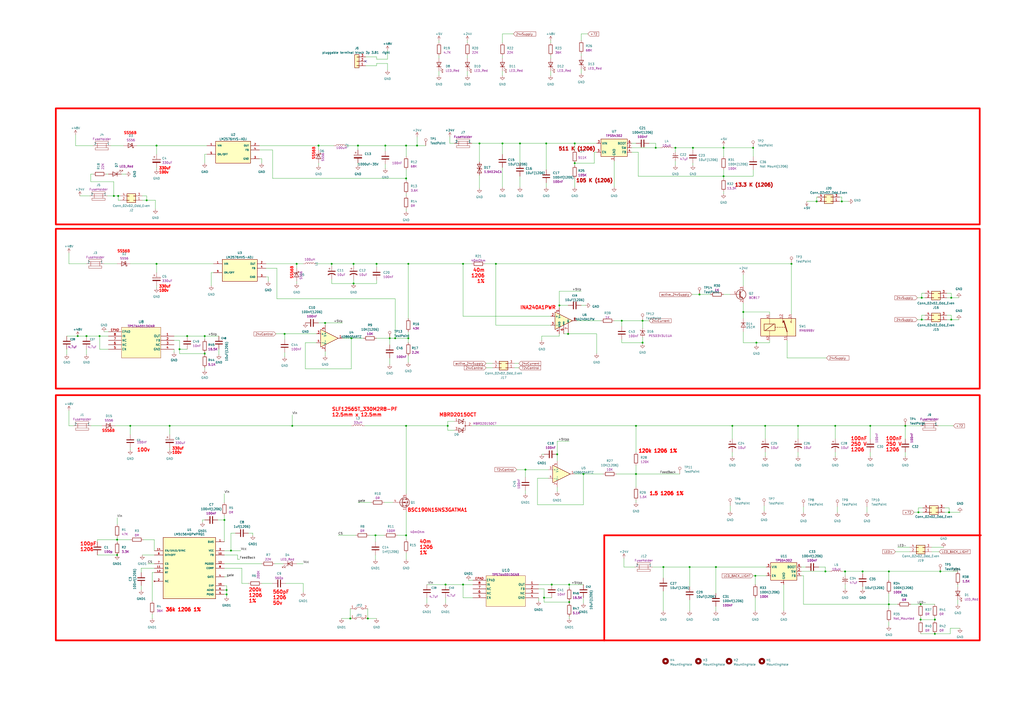
<source format=kicad_sch>
(kicad_sch (version 20230121) (generator eeschema)
  (paper "A2")
  (junction (at 551.815 172.72))
  (junction (at 235.585 103.505))
  (junction (at 259.715 247.015))
  (junction (at 98.425 247.015))
  (junction (at 203.2 358.775))
  (junction (at 384.81 328.93))
  (junction (at 235.585 310.515))
  (junction (at 165.1 193.675))
  (junction (at 515.62 331.47))
  (junction (at 424.815 247.015))
  (junction (at 330.2 349.25))
  (junction (at 226.06 196.215))
  (junction (at 130.175 301.625))
  (junction (at 45.085 194.945))
  (junction (at 203.835 196.215))
  (junction (at 304.8 272.415))
  (junction (at 415.29 328.93))
  (junction (at 360.68 186.055))
  (junction (at 108.585 194.945))
  (junction (at 324.485 177.165))
  (junction (at 478.79 331.47))
  (junction (at 241.935 84.455))
  (junction (at 184.785 84.455))
  (junction (at 419.735 85.725))
  (junction (at 90.805 84.455))
  (junction (at 50.165 194.945))
  (junction (at 391.795 85.725))
  (junction (at 67.945 313.055))
  (junction (at 236.855 153.035))
  (junction (at 400.05 328.93))
  (junction (at 75.565 247.015))
  (junction (at 401.955 85.725))
  (junction (at 545.465 331.47))
  (junction (at 459.105 153.035))
  (junction (at 488.315 116.84))
  (junction (at 57.785 194.945))
  (junction (at 368.935 274.955))
  (junction (at 133.985 319.405))
  (junction (at 551.815 185.42))
  (junction (at 287.655 153.035))
  (junction (at 550.545 297.18))
  (junction (at 301.625 83.185))
  (junction (at 235.585 247.015))
  (junction (at 291.465 83.185))
  (junction (at 131.445 344.805))
  (junction (at 315.595 346.71))
  (junction (at 333.375 83.185))
  (junction (at 534.67 185.42))
  (junction (at 218.44 153.035))
  (junction (at 372.745 198.755))
  (junction (at 443.865 247.015))
  (junction (at 473.71 116.84))
  (junction (at 258.445 339.09))
  (junction (at 534.035 350.52))
  (junction (at 169.545 247.015))
  (junction (at 118.745 205.105))
  (junction (at 438.785 198.755))
  (junction (at 205.105 153.035))
  (junction (at 323.215 263.525))
  (junction (at 316.865 83.185))
  (junction (at 534.67 172.72))
  (junction (at 85.09 116.205))
  (junction (at 66.04 113.665))
  (junction (at 338.455 274.955))
  (junction (at 205.105 164.465))
  (junction (at 372.745 186.055))
  (junction (at 192.405 153.035))
  (junction (at 525.145 247.015))
  (junction (at 436.88 85.725))
  (junction (at 235.585 84.455))
  (junction (at 419.735 102.235))
  (junction (at 320.04 339.09))
  (junction (at 213.36 358.775))
  (junction (at 188.595 187.325))
  (junction (at 268.605 153.035))
  (junction (at 542.29 367.665))
  (junction (at 329.565 193.675))
  (junction (at 223.52 84.455))
  (junction (at 172.085 153.035))
  (junction (at 118.745 194.945))
  (junction (at 405.765 170.815))
  (junction (at 490.22 331.47))
  (junction (at 380.365 85.725))
  (junction (at 278.13 83.185))
  (junction (at 207.645 84.455))
  (junction (at 268.605 339.09))
  (junction (at 532.765 297.18))
  (junction (at 431.165 180.975))
  (junction (at 542.29 359.41))
  (junction (at 104.14 202.565))
  (junction (at 229.235 196.215))
  (junction (at 515.62 350.52))
  (junction (at 68.58 113.665))
  (junction (at 236.855 196.215))
  (junction (at 330.2 339.09))
  (junction (at 484.505 247.015))
  (junction (at 333.375 94.615))
  (junction (at 534.035 359.41))
  (junction (at 90.805 153.035))
  (junction (at 500.38 331.47))
  (junction (at 368.935 247.015))
  (junction (at 504.825 247.015))
  (junction (at 462.915 247.015))
  (junction (at 217.805 310.515))
  (junction (at 438.15 334.01))
  (junction (at 131.445 342.265))
  (junction (at 67.945 321.945))
  (no_connect (at 212.09 35.56))
  (wire (pts (xy 235.585 103.505) (xy 158.115 103.505)))
  (wire (pts (xy 235.585 320.675) (xy 235.585 324.485)))
  (wire (pts (xy 291.465 97.155) (xy 291.465 108.585)))
  (wire (pts (xy 443.865 247.015) (xy 443.865 254.635)))
  (wire (pts (xy 424.815 247.015) (xy 424.815 254.635)))
  (wire (pts (xy 198.755 196.215) (xy 203.835 196.215)))
  (wire (pts (xy 330.2 339.09) (xy 338.455 339.09)))
  (wire (pts (xy 536.575 182.88) (xy 534.67 182.88)))
  (wire (pts (xy 368.935 247.015) (xy 368.935 262.255)))
  (wire (pts (xy 64.135 84.455) (xy 71.755 84.455)))
  (wire (pts (xy 130.175 334.645) (xy 131.445 334.645)))
  (wire (pts (xy 431.165 159.385) (xy 431.165 165.735)))
  (wire (pts (xy 330.2 349.25) (xy 315.595 349.25)))
  (wire (pts (xy 330.2 348.615) (xy 330.2 349.25)))
  (wire (pts (xy 424.815 262.255) (xy 424.815 264.795)))
  (wire (pts (xy 464.82 328.93) (xy 467.36 328.93)))
  (wire (pts (xy 172.085 327.025) (xy 175.895 327.025)))
  (wire (pts (xy 542.29 367.665) (xy 551.18 367.665)))
  (wire (pts (xy 40.005 238.125) (xy 40.005 247.015)))
  (wire (pts (xy 338.455 292.735) (xy 311.785 292.735)))
  (wire (pts (xy 333.375 94.615) (xy 344.805 94.615)))
  (wire (pts (xy 549.275 170.18) (xy 551.815 170.18)))
  (wire (pts (xy 235.585 247.015) (xy 259.715 247.015)))
  (wire (pts (xy 556.26 185.42) (xy 551.815 185.42)))
  (wire (pts (xy 274.32 346.71) (xy 268.605 346.71)))
  (wire (pts (xy 258.445 346.71) (xy 258.445 349.885)))
  (wire (pts (xy 391.795 93.345) (xy 391.795 95.885)))
  (wire (pts (xy 188.595 203.835) (xy 188.595 206.375)))
  (wire (pts (xy 50.165 202.565) (xy 50.165 205.74)))
  (wire (pts (xy 316.865 106.045) (xy 316.865 108.585)))
  (wire (pts (xy 192.405 161.925) (xy 192.405 164.465)))
  (wire (pts (xy 218.44 34.29) (xy 224.79 34.29)))
  (wire (pts (xy 534.67 170.18) (xy 534.67 172.72)))
  (wire (pts (xy 169.545 240.665) (xy 169.545 247.015)))
  (wire (pts (xy 177.165 213.995) (xy 177.165 198.755)))
  (wire (pts (xy 100.965 194.945) (xy 108.585 194.945)))
  (wire (pts (xy 324.485 168.91) (xy 324.485 177.165)))
  (wire (pts (xy 333.375 274.955) (xy 338.455 274.955)))
  (wire (pts (xy 502.92 294.005) (xy 502.92 297.18)))
  (wire (pts (xy 478.79 331.47) (xy 481.33 331.47)))
  (wire (pts (xy 323.215 255.905) (xy 323.215 263.525)))
  (wire (pts (xy 485.775 294.005) (xy 485.775 297.18)))
  (wire (pts (xy 534.035 367.665) (xy 542.29 367.665)))
  (wire (pts (xy 337.185 19.685) (xy 337.185 23.495)))
  (wire (pts (xy 419.735 85.725) (xy 436.88 85.725)))
  (wire (pts (xy 259.715 249.555) (xy 259.715 247.015)))
  (wire (pts (xy 391.795 85.725) (xy 390.525 85.725)))
  (wire (pts (xy 380.365 83.185) (xy 380.365 85.725)))
  (wire (pts (xy 312.42 341.63) (xy 315.595 341.63)))
  (wire (pts (xy 492.125 116.84) (xy 488.315 116.84)))
  (wire (pts (xy 192.405 164.465) (xy 205.105 164.465)))
  (wire (pts (xy 260.985 83.185) (xy 263.525 83.185)))
  (wire (pts (xy 532.765 297.18) (xy 530.225 297.18)))
  (wire (pts (xy 172.085 163.195) (xy 172.085 164.465)))
  (polyline (pts (xy 350.52 310.515) (xy 568.96 310.515)) (stroke (width 1) (color 255 0 0 1)))
  (wire (pts (xy 291.465 41.275) (xy 291.465 43.815)))
  (wire (pts (xy 415.29 351.79) (xy 415.29 354.33)))
  (wire (pts (xy 159.385 327.025) (xy 164.465 327.025)))
  (wire (pts (xy 515.62 331.47) (xy 545.465 331.47)))
  (wire (pts (xy 218.44 38.1) (xy 218.44 36.83)))
  (wire (pts (xy 222.885 291.465) (xy 227.965 291.465)))
  (wire (pts (xy 90.805 84.455) (xy 120.015 84.455)))
  (wire (pts (xy 90.17 116.205) (xy 90.17 121.285)))
  (wire (pts (xy 462.915 262.255) (xy 462.915 264.795)))
  (wire (pts (xy 75.565 247.015) (xy 75.565 252.095)))
  (wire (pts (xy 165.1 193.675) (xy 183.515 193.675)))
  (wire (pts (xy 356.235 186.055) (xy 360.68 186.055)))
  (wire (pts (xy 462.915 247.015) (xy 462.915 254.635)))
  (wire (pts (xy 230.505 310.515) (xy 235.585 310.515)))
  (wire (pts (xy 424.815 247.015) (xy 443.865 247.015)))
  (wire (pts (xy 534.035 359.41) (xy 534.035 360.045)))
  (wire (pts (xy 315.595 263.525) (xy 314.325 263.525)))
  (wire (pts (xy 118.745 205.105) (xy 104.14 205.105)))
  (wire (pts (xy 118.745 89.535) (xy 118.745 94.615)))
  (wire (pts (xy 57.785 194.945) (xy 62.865 194.945)))
  (wire (pts (xy 436.88 334.01) (xy 438.15 334.01)))
  (wire (pts (xy 515.62 331.47) (xy 515.62 336.55)))
  (wire (pts (xy 419.735 85.725) (xy 419.735 90.805)))
  (wire (pts (xy 130.175 299.085) (xy 130.175 301.625)))
  (wire (pts (xy 324.485 194.945) (xy 324.485 193.675)))
  (wire (pts (xy 88.265 332.105) (xy 89.535 332.105)))
  (wire (pts (xy 207.645 94.615) (xy 207.645 95.885)))
  (wire (pts (xy 68.58 116.205) (xy 68.58 113.665)))
  (wire (pts (xy 401.955 85.725) (xy 419.735 85.725)))
  (wire (pts (xy 67.945 313.055) (xy 67.945 314.325)))
  (wire (pts (xy 311.785 277.495) (xy 318.135 277.495)))
  (wire (pts (xy 235.585 103.505) (xy 235.585 104.775)))
  (wire (pts (xy 454.66 339.09) (xy 454.66 354.33)))
  (wire (pts (xy 291.465 83.185) (xy 301.625 83.185)))
  (wire (pts (xy 548.005 294.64) (xy 550.545 294.64)))
  (wire (pts (xy 236.855 153.035) (xy 236.855 184.785)))
  (wire (pts (xy 456.565 197.485) (xy 456.565 207.645)))
  (wire (pts (xy 419.735 170.815) (xy 423.545 170.815)))
  (wire (pts (xy 133.985 319.405) (xy 139.7 319.405)))
  (wire (pts (xy 259.715 247.015) (xy 259.715 244.475)))
  (wire (pts (xy 38.735 194.945) (xy 45.085 194.945)))
  (wire (pts (xy 535.305 294.64) (xy 532.765 294.64)))
  (wire (pts (xy 268.605 346.71) (xy 268.605 339.09)))
  (wire (pts (xy 130.175 286.385) (xy 130.175 291.465)))
  (wire (pts (xy 337.185 31.115) (xy 337.185 32.385)))
  (wire (pts (xy 38.735 202.565) (xy 38.735 205.74)))
  (wire (pts (xy 98.425 247.015) (xy 169.545 247.015)))
  (wire (pts (xy 223.52 95.25) (xy 223.52 97.79)))
  (wire (pts (xy 285.75 213.36) (xy 281.94 213.36)))
  (wire (pts (xy 126.365 301.625) (xy 130.175 301.625)))
  (wire (pts (xy 89.535 329.565) (xy 81.915 329.565)))
  (wire (pts (xy 515.62 344.17) (xy 515.62 350.52)))
  (wire (pts (xy 118.745 205.105) (xy 118.745 205.74)))
  (wire (pts (xy 400.05 328.93) (xy 400.05 340.36)))
  (wire (pts (xy 217.805 321.945) (xy 217.805 324.485)))
  (wire (pts (xy 247.65 346.71) (xy 247.65 349.885)))
  (wire (pts (xy 500.38 340.36) (xy 500.38 341.63)))
  (wire (pts (xy 370.205 102.235) (xy 419.735 102.235)))
  (wire (pts (xy 263.525 249.555) (xy 259.715 249.555)))
  (wire (pts (xy 52.705 247.015) (xy 59.055 247.015)))
  (wire (pts (xy 90.805 153.035) (xy 123.825 153.035)))
  (wire (pts (xy 315.595 349.25) (xy 315.595 346.71)))
  (wire (pts (xy 431.165 180.975) (xy 446.405 180.975)))
  (wire (pts (xy 473.71 116.84) (xy 467.995 116.84)))
  (wire (pts (xy 226.06 207.645) (xy 226.06 211.455)))
  (wire (pts (xy 89.535 313.055) (xy 89.535 319.405)))
  (wire (pts (xy 330.2 349.25) (xy 330.2 349.885)))
  (wire (pts (xy 337.185 177.165) (xy 339.725 177.165)))
  (wire (pts (xy 549.275 182.88) (xy 551.815 182.88)))
  (wire (pts (xy 401.32 170.815) (xy 405.765 170.815)))
  (wire (pts (xy 218.44 153.035) (xy 236.855 153.035)))
  (wire (pts (xy 140.335 329.565) (xy 130.175 329.565)))
  (wire (pts (xy 278.13 83.185) (xy 291.465 83.185)))
  (wire (pts (xy 43.815 78.105) (xy 43.815 84.455)))
  (wire (pts (xy 62.23 113.665) (xy 66.04 113.665)))
  (wire (pts (xy 188.595 187.325) (xy 198.755 187.325)))
  (wire (pts (xy 324.485 177.165) (xy 324.485 178.435)))
  (wire (pts (xy 207.645 84.455) (xy 223.52 84.455)))
  (wire (pts (xy 438.15 334.01) (xy 438.15 339.09)))
  (wire (pts (xy 300.99 213.36) (xy 298.45 213.36)))
  (wire (pts (xy 319.405 183.515) (xy 268.605 183.515)))
  (wire (pts (xy 330.2 357.505) (xy 330.2 358.775)))
  (wire (pts (xy 226.06 196.215) (xy 229.235 196.215)))
  (wire (pts (xy 229.235 196.215) (xy 236.855 196.215)))
  (wire (pts (xy 333.375 94.615) (xy 333.375 95.885)))
  (wire (pts (xy 555.625 339.09) (xy 555.625 340.36)))
  (wire (pts (xy 131.445 344.805) (xy 130.175 344.805)))
  (wire (pts (xy 436.88 98.425) (xy 436.88 102.235)))
  (wire (pts (xy 545.465 331.47) (xy 555.625 331.47)))
  (wire (pts (xy 131.445 342.265) (xy 131.445 344.805)))
  (wire (pts (xy 324.485 177.165) (xy 329.565 177.165)))
  (wire (pts (xy 504.825 247.015) (xy 504.825 254.635)))
  (wire (pts (xy 534.035 350.52) (xy 542.29 350.52)))
  (wire (pts (xy 223.52 84.455) (xy 235.585 84.455)))
  (wire (pts (xy 378.46 328.93) (xy 384.81 328.93)))
  (wire (pts (xy 525.145 262.255) (xy 525.145 264.795)))
  (wire (pts (xy 160.02 193.675) (xy 165.1 193.675)))
  (wire (pts (xy 368.935 269.875) (xy 368.935 274.955)))
  (wire (pts (xy 550.545 297.18) (xy 548.005 297.18)))
  (wire (pts (xy 120.015 89.535) (xy 118.745 89.535)))
  (wire (pts (xy 98.425 259.715) (xy 98.425 260.985)))
  (wire (pts (xy 127 202.565) (xy 127 205.74)))
  (wire (pts (xy 271.145 41.275) (xy 271.145 43.815)))
  (wire (pts (xy 291.465 83.185) (xy 291.465 89.535)))
  (wire (pts (xy 218.44 34.29) (xy 218.44 33.02)))
  (wire (pts (xy 490.22 339.09) (xy 490.22 341.63)))
  (wire (pts (xy 500.38 331.47) (xy 515.62 331.47)))
  (wire (pts (xy 551.815 172.72) (xy 549.275 172.72)))
  (wire (pts (xy 52.705 100.965) (xy 53.975 100.965)))
  (wire (pts (xy 314.325 194.945) (xy 324.485 194.945)))
  (wire (pts (xy 368.935 274.955) (xy 394.335 274.955)))
  (wire (pts (xy 542.29 358.14) (xy 542.29 359.41)))
  (wire (pts (xy 137.795 324.485) (xy 137.795 321.945)))
  (wire (pts (xy 337.185 40.005) (xy 337.185 42.545)))
  (wire (pts (xy 218.44 162.56) (xy 218.44 164.465)))
  (wire (pts (xy 133.985 319.405) (xy 130.175 319.405)))
  (wire (pts (xy 438.785 198.755) (xy 446.405 198.755)))
  (wire (pts (xy 62.865 202.565) (xy 57.785 202.565)))
  (wire (pts (xy 75.565 313.055) (xy 67.945 313.055)))
  (wire (pts (xy 122.555 158.115) (xy 122.555 165.735)))
  (wire (pts (xy 366.395 85.725) (xy 380.365 85.725)))
  (wire (pts (xy 155.575 163.195) (xy 155.575 160.655)))
  (wire (pts (xy 155.575 160.655) (xy 154.305 160.655)))
  (wire (pts (xy 534.67 185.42) (xy 532.13 185.42)))
  (wire (pts (xy 60.325 192.405) (xy 62.865 192.405)))
  (wire (pts (xy 205.105 153.035) (xy 218.44 153.035)))
  (wire (pts (xy 137.795 321.945) (xy 130.175 321.945)))
  (wire (pts (xy 330.2 339.09) (xy 330.2 340.995)))
  (wire (pts (xy 446.405 182.245) (xy 446.405 180.975)))
  (wire (pts (xy 207.645 291.465) (xy 215.265 291.465)))
  (wire (pts (xy 438.15 334.01) (xy 444.5 334.01)))
  (wire (pts (xy 260.985 83.185) (xy 260.985 79.375)))
  (wire (pts (xy 319.405 41.275) (xy 319.405 43.815)))
  (wire (pts (xy 203.2 353.06) (xy 203.2 358.775)))
  (wire (pts (xy 459.105 153.035) (xy 459.105 182.245)))
  (wire (pts (xy 301.625 102.235) (xy 301.625 108.585)))
  (wire (pts (xy 319.405 188.595) (xy 287.655 188.595)))
  (wire (pts (xy 333.375 83.185) (xy 333.375 86.995)))
  (wire (pts (xy 368.935 274.955) (xy 368.935 282.575)))
  (wire (pts (xy 85.09 113.665) (xy 85.09 116.205)))
  (wire (pts (xy 81.915 339.725) (xy 81.915 342.265)))
  (wire (pts (xy 361.95 323.85) (xy 361.95 328.93)))
  (wire (pts (xy 192.405 153.035) (xy 192.405 154.305)))
  (wire (pts (xy 259.715 244.475) (xy 263.525 244.475)))
  (wire (pts (xy 312.42 346.71) (xy 312.42 348.615)))
  (wire (pts (xy 520.7 317.5) (xy 527.685 317.5)))
  (wire (pts (xy 550.545 294.64) (xy 550.545 297.18)))
  (wire (pts (xy 301.625 83.185) (xy 316.865 83.185)))
  (wire (pts (xy 90.805 165.735) (xy 90.805 167.005)))
  (wire (pts (xy 438.15 346.71) (xy 438.15 354.33)))
  (wire (pts (xy 236.855 192.405) (xy 236.855 196.215)))
  (wire (pts (xy 235.585 84.455) (xy 241.935 84.455)))
  (wire (pts (xy 223.52 84.455) (xy 223.52 87.63)))
  (wire (pts (xy 211.455 247.015) (xy 235.585 247.015)))
  (wire (pts (xy 82.55 321.945) (xy 89.535 321.945)))
  (wire (pts (xy 360.68 186.055) (xy 372.745 186.055)))
  (wire (pts (xy 268.605 153.035) (xy 273.685 153.035)))
  (wire (pts (xy 384.81 328.93) (xy 384.81 335.28)))
  (wire (pts (xy 258.445 339.09) (xy 268.605 339.09)))
  (wire (pts (xy 443.865 262.255) (xy 443.865 264.795)))
  (wire (pts (xy 528.32 350.52) (xy 534.035 350.52)))
  (wire (pts (xy 544.195 247.015) (xy 553.085 247.015)))
  (wire (pts (xy 172.085 153.035) (xy 175.895 153.035)))
  (wire (pts (xy 98.425 247.015) (xy 98.425 252.095)))
  (wire (pts (xy 419.735 102.235) (xy 436.88 102.235)))
  (wire (pts (xy 474.345 114.3) (xy 473.71 114.3)))
  (wire (pts (xy 534.67 172.72) (xy 532.13 172.72)))
  (wire (pts (xy 436.88 85.725) (xy 436.88 90.805)))
  (wire (pts (xy 540.385 317.5) (xy 547.37 317.5)))
  (wire (pts (xy 534.035 358.14) (xy 534.035 359.41)))
  (wire (pts (xy 56.515 321.945) (xy 67.945 321.945)))
  (wire (pts (xy 235.585 247.015) (xy 235.585 286.385)))
  (wire (pts (xy 464.82 334.01) (xy 466.09 334.01)))
  (wire (pts (xy 534.035 359.41) (xy 542.29 359.41)))
  (wire (pts (xy 419.735 111.125) (xy 419.735 112.395)))
  (wire (pts (xy 177.165 198.755) (xy 183.515 198.755)))
  (wire (pts (xy 556.895 297.18) (xy 550.545 297.18)))
  (wire (pts (xy 123.825 158.115) (xy 122.555 158.115)))
  (wire (pts (xy 488.315 114.3) (xy 488.315 116.84)))
  (wire (pts (xy 254.635 23.495) (xy 254.635 24.765)))
  (wire (pts (xy 500.38 331.47) (xy 490.22 331.47)))
  (wire (pts (xy 254.635 41.275) (xy 254.635 43.815)))
  (wire (pts (xy 466.09 350.52) (xy 466.09 334.01)))
  (wire (pts (xy 224.79 34.29) (xy 224.79 29.21)))
  (wire (pts (xy 268.605 183.515) (xy 268.605 153.035)))
  (wire (pts (xy 401.955 85.725) (xy 391.795 85.725)))
  (wire (pts (xy 56.515 313.055) (xy 56.515 314.325)))
  (wire (pts (xy 46.355 113.665) (xy 52.07 113.665)))
  (wire (pts (xy 75.565 153.035) (xy 90.805 153.035)))
  (wire (pts (xy 165.1 204.47) (xy 165.1 207.01)))
  (wire (pts (xy 525.145 247.015) (xy 525.145 254.635)))
  (wire (pts (xy 327.025 193.675) (xy 329.565 193.675)))
  (wire (pts (xy 366.395 83.185) (xy 368.935 83.185)))
  (wire (pts (xy 333.375 83.185) (xy 346.075 83.185)))
  (wire (pts (xy 271.145 32.385) (xy 271.145 33.655)))
  (wire (pts (xy 130.175 301.625) (xy 130.175 314.325)))
  (wire (pts (xy 217.805 310.515) (xy 222.885 310.515)))
  (wire (pts (xy 218.44 33.02) (xy 212.09 33.02)))
  (wire (pts (xy 90.805 153.035) (xy 90.805 158.115)))
  (wire (pts (xy 193.675 84.455) (xy 184.785 84.455)))
  (wire (pts (xy 169.545 247.015) (xy 203.835 247.015)))
  (wire (pts (xy 338.455 346.71) (xy 338.455 349.885)))
  (wire (pts (xy 415.29 328.93) (xy 444.5 328.93)))
  (wire (pts (xy 158.115 86.995) (xy 150.495 86.995)))
  (wire (pts (xy 400.05 347.98) (xy 400.05 354.33)))
  (wire (pts (xy 556.26 172.72) (xy 551.815 172.72)))
  (wire (pts (xy 117.475 301.625) (xy 118.745 301.625)))
  (wire (pts (xy 419.735 98.425) (xy 419.735 102.235)))
  (wire (pts (xy 370.205 88.265) (xy 370.205 102.235)))
  (wire (pts (xy 301.625 83.185) (xy 301.625 94.615)))
  (wire (pts (xy 551.18 364.49) (xy 556.895 364.49)))
  (wire (pts (xy 79.375 84.455) (xy 90.805 84.455)))
  (wire (pts (xy 315.595 346.71) (xy 320.04 346.71)))
  (wire (pts (xy 235.585 112.395) (xy 235.585 113.665)))
  (wire (pts (xy 235.585 310.515) (xy 235.585 313.055)))
  (wire (pts (xy 271.145 23.495) (xy 271.145 24.765)))
  (wire (pts (xy 254.635 32.385) (xy 254.635 33.655)))
  (wire (pts (xy 368.935 290.195) (xy 368.935 291.465)))
  (wire (pts (xy 319.405 23.495) (xy 319.405 24.765)))
  (wire (pts (xy 372.745 186.055) (xy 376.555 186.055)))
  (wire (pts (xy 391.795 85.725) (xy 391.795 88.265)))
  (wire (pts (xy 205.105 154.305) (xy 205.105 153.035)))
  (wire (pts (xy 333.375 103.505) (xy 333.375 108.585)))
  (wire (pts (xy 205.105 153.035) (xy 192.405 153.035)))
  (wire (pts (xy 118.745 194.945) (xy 118.745 196.85)))
  (wire (pts (xy 278.13 101.6) (xy 278.13 109.22)))
  (wire (pts (xy 213.995 310.515) (xy 217.805 310.515)))
  (wire (pts (xy 534.67 182.88) (xy 534.67 185.42)))
  (wire (pts (xy 130.175 339.725) (xy 131.445 339.725)))
  (wire (pts (xy 338.455 274.955) (xy 349.885 274.955)))
  (wire (pts (xy 401.955 86.995) (xy 401.955 85.725)))
  (wire (pts (xy 271.78 336.55) (xy 274.32 336.55)))
  (wire (pts (xy 203.835 196.215) (xy 210.82 196.215)))
  (wire (pts (xy 104.14 205.105) (xy 104.14 202.565)))
  (wire (pts (xy 515.62 350.52) (xy 515.62 353.06)))
  (wire (pts (xy 117.475 302.895) (xy 117.475 301.625)))
  (wire (pts (xy 184.785 187.325) (xy 188.595 187.325)))
  (wire (pts (xy 504.825 247.015) (xy 525.145 247.015)))
  (wire (pts (xy 324.485 168.91) (xy 337.185 168.91)))
  (wire (pts (xy 85.09 116.205) (xy 90.17 116.205)))
  (wire (pts (xy 146.685 310.515) (xy 146.685 309.245)))
  (wire (pts (xy 118.745 204.47) (xy 118.745 205.105)))
  (wire (pts (xy 346.075 193.675) (xy 346.075 205.105)))
  (wire (pts (xy 100.965 197.485) (xy 104.14 197.485)))
  (wire (pts (xy 226.06 196.215) (xy 226.06 200.025)))
  (wire (pts (xy 431.165 198.755) (xy 438.785 198.755)))
  (wire (pts (xy 236.855 196.215) (xy 236.855 198.755)))
  (wire (pts (xy 40.005 146.685) (xy 40.005 153.035)))
  (wire (pts (xy 43.815 84.455) (xy 53.975 84.455)))
  (polyline (pts (xy 350.52 310.515) (xy 350.52 371.475)) (stroke (width 1) (color 255 0 0 1)))
  (wire (pts (xy 83.185 313.055) (xy 89.535 313.055)))
  (wire (pts (xy 160.655 173.355) (xy 160.655 155.575)))
  (wire (pts (xy 368.935 247.015) (xy 424.815 247.015)))
  (wire (pts (xy 356.235 93.345) (xy 356.235 108.585)))
  (wire (pts (xy 140.335 338.455) (xy 144.145 338.455)))
  (wire (pts (xy 316.865 83.185) (xy 316.865 98.425)))
  (wire (pts (xy 555.625 347.98) (xy 555.625 350.52)))
  (wire (pts (xy 218.44 196.215) (xy 226.06 196.215)))
  (wire (pts (xy 372.745 186.055) (xy 372.745 190.5)))
  (wire (pts (xy 487.045 114.3) (xy 488.315 114.3)))
  (wire (pts (xy 443.23 293.37) (xy 443.23 296.545)))
  (wire (pts (xy 323.215 255.905) (xy 330.2 255.905)))
  (wire (pts (xy 360.68 189.23) (xy 360.68 186.055)))
  (wire (pts (xy 323.215 263.525) (xy 323.215 267.335)))
  (wire (pts (xy 400.05 328.93) (xy 415.29 328.93)))
  (wire (pts (xy 218.44 153.035) (xy 218.44 154.94)))
  (wire (pts (xy 88.265 356.235) (xy 88.265 358.775)))
  (wire (pts (xy 443.865 247.015) (xy 462.915 247.015)))
  (wire (pts (xy 140.335 338.455) (xy 140.335 329.565)))
  (wire (pts (xy 474.98 328.93) (xy 478.79 328.93)))
  (wire (pts (xy 146.685 309.245) (xy 144.145 309.245)))
  (wire (pts (xy 224.79 36.83) (xy 218.44 36.83)))
  (wire (pts (xy 57.785 202.565) (xy 57.785 194.945)))
  (wire (pts (xy 551.18 367.665) (xy 551.18 364.49)))
  (wire (pts (xy 172.085 153.035) (xy 172.085 155.575)))
  (wire (pts (xy 415.29 328.93) (xy 415.29 344.17)))
  (wire (pts (xy 540.385 320.04) (xy 544.83 320.04)))
  (wire (pts (xy 323.215 282.575) (xy 323.215 285.115)))
  (wire (pts (xy 165.1 193.675) (xy 165.1 196.85)))
  (wire (pts (xy 235.585 98.425) (xy 235.585 103.505)))
  (wire (pts (xy 515.62 360.68) (xy 515.62 363.22)))
  (wire (pts (xy 175.895 343.535) (xy 175.895 338.455)))
  (wire (pts (xy 45.085 194.945) (xy 50.165 194.945)))
  (wire (pts (xy 108.585 194.945) (xy 118.745 194.945)))
  (wire (pts (xy 372.745 198.755) (xy 372.745 199.39)))
  (wire (pts (xy 273.685 83.185) (xy 278.13 83.185)))
  (wire (pts (xy 532.765 294.64) (xy 532.765 297.18)))
  (wire (pts (xy 273.685 247.015) (xy 368.935 247.015)))
  (wire (pts (xy 151.765 338.455) (xy 158.115 338.455)))
  (wire (pts (xy 500.38 332.74) (xy 500.38 331.47)))
  (wire (pts (xy 130.175 342.265) (xy 131.445 342.265)))
  (wire (pts (xy 446.405 198.755) (xy 446.405 197.485)))
  (wire (pts (xy 90.805 84.455) (xy 90.805 89.535)))
  (wire (pts (xy 133.985 309.245) (xy 136.525 309.245)))
  (wire (pts (xy 158.115 103.505) (xy 158.115 86.995)))
  (wire (pts (xy 224.79 40.64) (xy 224.79 36.83)))
  (wire (pts (xy 52.705 105.41) (xy 66.04 105.41)))
  (wire (pts (xy 504.825 262.255) (xy 504.825 264.795)))
  (wire (pts (xy 484.505 262.255) (xy 484.505 264.795)))
  (wire (pts (xy 287.655 153.035) (xy 459.105 153.035)))
  (wire (pts (xy 311.785 292.735) (xy 311.785 277.495)))
  (wire (pts (xy 338.455 274.955) (xy 338.455 292.735)))
  (wire (pts (xy 535.305 297.18) (xy 532.765 297.18)))
  (wire (pts (xy 431.165 180.975) (xy 431.165 184.785)))
  (wire (pts (xy 315.595 341.63) (xy 315.595 346.71)))
  (wire (pts (xy 137.795 324.485) (xy 139.065 324.485)))
  (wire (pts (xy 75.565 259.715) (xy 75.565 260.985)))
  (wire (pts (xy 519.43 320.04) (xy 527.685 320.04)))
  (wire (pts (xy 551.815 170.18) (xy 551.815 172.72)))
  (wire (pts (xy 203.835 196.215) (xy 203.835 213.995)))
  (wire (pts (xy 287.655 188.595) (xy 287.655 153.035)))
  (wire (pts (xy 88.265 332.105) (xy 88.265 348.615)))
  (wire (pts (xy 67.945 300.355) (xy 67.945 304.165)))
  (wire (pts (xy 213.36 353.06) (xy 213.36 358.775)))
  (wire (pts (xy 423.545 293.37) (xy 423.545 296.545)))
  (wire (pts (xy 40.005 247.015) (xy 42.545 247.015)))
  (wire (pts (xy 213.36 358.775) (xy 218.44 358.775)))
  (wire (pts (xy 478.79 328.93) (xy 478.79 331.47)))
  (wire (pts (xy 462.915 247.015) (xy 484.505 247.015)))
  (wire (pts (xy 160.655 155.575) (xy 154.305 155.575)))
  (wire (pts (xy 151.765 92.075) (xy 150.495 92.075)))
  (wire (pts (xy 340.995 19.685) (xy 337.185 19.685)))
  (wire (pts (xy 536.575 185.42) (xy 534.67 185.42)))
  (wire (pts (xy 236.855 153.035) (xy 268.605 153.035)))
  (wire (pts (xy 291.465 19.685) (xy 291.465 24.765)))
  (wire (pts (xy 229.235 173.355) (xy 160.655 173.355)))
  (wire (pts (xy 82.55 113.665) (xy 85.09 113.665)))
  (wire (pts (xy 551.815 185.42) (xy 549.275 185.42)))
  (wire (pts (xy 344.805 88.265) (xy 344.805 94.615)))
  (wire (pts (xy 81.915 329.565) (xy 81.915 332.105)))
  (wire (pts (xy 490.22 331.47) (xy 488.95 331.47)))
  (wire (pts (xy 66.675 247.015) (xy 75.565 247.015)))
  (wire (pts (xy 484.505 247.015) (xy 484.505 254.635)))
  (wire (pts (xy 184.785 94.615) (xy 184.785 95.885)))
  (wire (pts (xy 320.04 339.09) (xy 330.2 339.09)))
  (wire (pts (xy 205.105 161.925) (xy 205.105 164.465)))
  (wire (pts (xy 490.22 331.47) (xy 490.22 334.01)))
  (wire (pts (xy 304.8 284.48) (xy 304.8 286.385)))
  (wire (pts (xy 218.44 164.465) (xy 205.105 164.465)))
  (wire (pts (xy 372.745 195.58) (xy 372.745 198.755)))
  (wire (pts (xy 376.555 83.185) (xy 380.365 83.185)))
  (wire (pts (xy 201.295 84.455) (xy 207.645 84.455)))
  (wire (pts (xy 431.165 175.895) (xy 431.165 180.975)))
  (wire (pts (xy 175.895 338.455) (xy 165.735 338.455)))
  (wire (pts (xy 188.595 187.325) (xy 188.595 188.595)))
  (wire (pts (xy 131.445 339.725) (xy 131.445 342.265)))
  (wire (pts (xy 366.395 88.265) (xy 370.205 88.265)))
  (wire (pts (xy 235.585 90.805) (xy 235.585 84.455)))
  (wire (pts (xy 431.165 198.755) (xy 431.165 192.405)))
  (wire (pts (xy 90.805 97.155) (xy 90.805 98.425)))
  (wire (pts (xy 154.305 153.035) (xy 172.085 153.035)))
  (wire (pts (xy 60.325 153.035) (xy 67.945 153.035)))
  (wire (pts (xy 466.09 294.005) (xy 466.09 297.18)))
  (wire (pts (xy 281.305 153.035) (xy 287.655 153.035)))
  (wire (pts (xy 236.855 206.375) (xy 236.855 210.185)))
  (wire (pts (xy 297.815 19.685) (xy 291.465 19.685)))
  (wire (pts (xy 316.865 83.185) (xy 333.375 83.185)))
  (wire (pts (xy 75.565 247.015) (xy 98.425 247.015)))
  (wire (pts (xy 118.745 194.945) (xy 127 194.945)))
  (wire (pts (xy 229.235 196.215) (xy 229.235 173.355)))
  (wire (pts (xy 312.42 339.09) (xy 320.04 339.09)))
  (wire (pts (xy 360.68 198.755) (xy 372.745 198.755)))
  (wire (pts (xy 50.165 194.945) (xy 57.785 194.945)))
  (wire (pts (xy 488.315 116.84) (xy 487.045 116.84)))
  (wire (pts (xy 344.805 88.265) (xy 346.075 88.265)))
  (wire (pts (xy 300.99 210.82) (xy 298.45 210.82)))
  (wire (pts (xy 133.985 309.245) (xy 133.985 319.405)))
  (wire (pts (xy 66.04 105.41) (xy 66.04 113.665)))
  (wire (pts (xy 438.785 198.755) (xy 438.785 200.025)))
  (wire (pts (xy 268.605 339.09) (xy 274.32 339.09)))
  (wire (pts (xy 203.835 213.995) (xy 177.165 213.995)))
  (wire (pts (xy 67.945 313.055) (xy 56.515 313.055)))
  (wire (pts (xy 278.13 83.185) (xy 278.13 93.98)))
  (wire (pts (xy 551.815 182.88) (xy 551.815 185.42)))
  (wire (pts (xy 100.965 202.565) (xy 100.965 204.47)))
  (wire (pts (xy 131.445 346.075) (xy 131.445 344.805)))
  (wire (pts (xy 104.14 202.565) (xy 108.585 202.565)))
  (wire (pts (xy 85.725 327.025) (xy 89.535 327.025)))
  (wire (pts (xy 380.365 85.725) (xy 382.905 85.725)))
  (wire (pts (xy 247.65 339.09) (xy 258.445 339.09)))
  (wire (pts (xy 68.58 113.665) (xy 69.85 113.665)))
  (wire (pts (xy 82.55 116.205) (xy 85.09 116.205)))
  (wire (pts (xy 299.72 272.415) (xy 304.8 272.415)))
  (wire (pts (xy 474.345 116.84) (xy 473.71 116.84)))
  (wire (pts (xy 319.405 33.655) (xy 319.405 32.385)))
  (wire (pts (xy 536.575 170.18) (xy 534.67 170.18)))
  (wire (pts (xy 151.765 94.615) (xy 151.765 92.075)))
  (wire (pts (xy 384.81 328.93) (xy 400.05 328.93)))
  (wire (pts (xy 67.945 311.785) (xy 67.945 313.055)))
  (wire (pts (xy 361.95 328.93) (xy 368.3 328.93)))
  (wire (pts (xy 196.215 310.515) (xy 206.375 310.515)))
  (wire (pts (xy 419.735 102.235) (xy 419.735 103.505)))
  (wire (pts (xy 334.645 186.055) (xy 348.615 186.055)))
  (wire (pts (xy 130.175 327.025) (xy 151.765 327.025)))
  (wire (pts (xy 515.62 350.52) (xy 520.7 350.52)))
  (wire (pts (xy 329.565 193.675) (xy 346.075 193.675)))
  (wire (pts (xy 118.745 213.36) (xy 118.745 214.63)))
  (wire (pts (xy 360.68 196.85) (xy 360.68 198.755)))
  (wire (pts (xy 241.935 84.455) (xy 247.015 84.455)))
  (wire (pts (xy 217.805 310.515) (xy 217.805 314.325)))
  (wire (pts (xy 473.71 116.84) (xy 473.71 114.3)))
  (wire (pts (xy 314.325 194.945) (xy 314.325 197.485)))
  (wire (pts (xy 401.955 94.615) (xy 401.955 95.885)))
  (wire (pts (xy 456.565 207.645) (xy 479.425 207.645)))
  (wire (pts (xy 70.485 100.965) (xy 73.025 100.965)))
  (wire (pts (xy 419.735 84.455) (xy 419.735 85.725)))
  (wire (pts (xy 61.595 100.965) (xy 62.865 100.965)))
  (wire (pts (xy 52.705 100.965) (xy 52.705 105.41)))
  (wire (pts (xy 304.8 272.415) (xy 318.135 272.415)))
  (wire (pts (xy 304.8 272.415) (xy 304.8 276.86)))
  (wire (pts (xy 525.145 247.015) (xy 534.035 247.015)))
  (wire (pts (xy 104.14 197.485) (xy 104.14 202.565)))
  (wire (pts (xy 466.09 350.52) (xy 515.62 350.52)))
  (wire (pts (xy 464.82 331.47) (xy 478.79 331.47)))
  (wire (pts (xy 357.505 274.955) (xy 368.935 274.955)))
  (wire (pts (xy 542.29 359.41) (xy 542.29 360.045)))
  (wire (pts (xy 291.465 32.385) (xy 291.465 33.655)))
  (wire (pts (xy 484.505 247.015) (xy 504.825 247.015)))
  (wire (pts (xy 405.765 170.815) (xy 412.115 170.815)))
  (wire (pts (xy 150.495 84.455) (xy 184.785 84.455)))
  (wire (pts (xy 536.575 172.72) (xy 534.67 172.72)))
  (wire (pts (xy 235.585 121.285) (xy 235.585 122.555)))
  (wire (pts (xy 183.515 153.035) (xy 192.405 153.035)))
  (wire (pts (xy 235.585 296.545) (xy 235.585 310.515)))
  (wire (pts (xy 207.645 86.995) (xy 207.645 84.455)))
  (wire (pts (xy 69.85 116.205) (xy 68.58 116.205)))
  (wire (pts (xy 241.935 79.375) (xy 241.935 84.455)))
  (wire (pts (xy 384.81 342.9) (xy 384.81 354.33)))
  (wire (pts (xy 198.12 358.775) (xy 203.2 358.775)))
  (wire (pts (xy 212.09 38.1) (xy 218.44 38.1)))
  (wire (pts (xy 184.785 86.995) (xy 184.785 84.455)))
  (wire (pts (xy 285.75 210.82) (xy 281.94 210.82)))
  (wire (pts (xy 40.005 153.035) (xy 50.165 153.035)))
  (wire (pts (xy 66.04 113.665) (xy 68.58 113.665)))
  (rectangle (start 32.385 132.715) (end 568.325 225.425) (stroke (width 1) (color 255 0 0 1)))
  (rectangle (start 32.385 62.865) (end 568.325 130.175) (stroke (width 1) (color 255 0 0 1)))
  (rectangle (start 32.385 229.235) (end 568.325 371.475) (stroke (width 1) (color 255 0 0 1)))
  (text "330uf\n100v\n" (at 92.075 100.965 0) (effects (font (size 1.5 1.5) (thickness 0.4) bold) (justify left bottom)))
  (text "100pF\n1206\n\n" (at 46.355 323.215 0) (effects (font (size 2 2) (thickness 0.4) bold) (justify left bottom)))
  (text "SS56B\n" (at 170.18 161.925 90) (effects (font (size 1.5 1.5) (thickness 0.3) bold) (justify left bottom)))
  (text "BSC190N15NS3GATMA1\n" (at 236.22 297.18 0) (effects (font (size 2 2) (thickness 0.4) bold) (justify left bottom)))
  (text "SS56B\n" (at 67.945 146.685 0) (effects (font (size 1.5 1.5) (thickness 0.3) bold) (justify left bottom)))
  (text "120k 1206 1%\n" (at 370.205 262.89 0) (effects (font (size 2 2) (thickness 0.6) bold) (justify left bottom)))
  (text "200k\n1206\n1%\n" (at 144.145 349.885 0) (effects (font (size 2 2) (thickness 0.4) bold) (justify left bottom)))
  (text "105 K (1206)" (at 334.01 106.045 0) (effects (font (size 2 2) (thickness 1) bold) (justify left bottom)))
  (text "100v\n" (at 79.375 262.255 0) (effects (font (size 2 2) (thickness 0.4) bold) (justify left bottom)))
  (text "MBRD20150CT" (at 254.635 241.935 0) (effects (font (size 2 2) bold) (justify left bottom)))
  (text "36k 1206 1%\n" (at 95.885 354.965 0) (effects (font (size 2 2) (thickness 0.6) bold) (justify left bottom)))
  (text "511 K (1206)" (at 323.85 87.63 0) (effects (font (size 2 2) (thickness 1) bold) (justify left bottom)))
  (text "100nF\n250 V\n1206\n\n " (at 493.395 268.605 0) (effects (font (size 2 2) (thickness 0.4) bold) (justify left bottom)))
  (text "SS56B\n" (at 71.755 78.105 0) (effects (font (size 1.5 1.5) (thickness 0.3) bold) (justify left bottom)))
  (text "100nF\n250 V\n1206\n\n " (at 513.715 268.605 0) (effects (font (size 2 2) (thickness 0.4) bold) (justify left bottom)))
  (text "13.3 K (1206)" (at 426.085 108.585 0) (effects (font (size 2 2) (thickness 1) bold) (justify left bottom)))
  (text "330uf\n100v\n" (at 92.075 169.545 0) (effects (font (size 1.5 1.5) (thickness 0.4) bold) (justify left bottom)))
  (text "40m\n1206\n1%\n" (at 243.205 321.945 0) (effects (font (size 2 2) (thickness 0.4) bold) (justify left bottom)))
  (text "40m\n1206\n1%\n" (at 281.305 164.465 0) (effects (font (size 2 2) (thickness 0.4) bold) (justify right bottom)))
  (text "SLF12565T_330M2R8-PF\n12.5mm x 12.5mm" (at 192.405 241.935 0) (effects (font (size 2 2) (thickness 0.4) bold) (justify left bottom)))
  (text "SS56B\n" (at 59.055 250.825 0) (effects (font (size 1.5 1.5) (thickness 0.3) bold) (justify left bottom)))
  (text "SS56B\n" (at 182.88 92.71 90) (effects (font (size 1.5 1.5) (thickness 0.3) bold) (justify left bottom)))
  (text "1.5 1206 1%\n \n\n" (at 376.555 294.005 0) (effects (font (size 2 2) (thickness 0.6) bold) (justify left bottom)))
  (text "INA240A1PWR" (at 301.625 179.705 0) (effects (font (size 2 2) bold) (justify left bottom)))
  (text "330uf\n100v\n" (at 99.695 263.525 0) (effects (font (size 1.5 1.5) (thickness 0.4) bold) (justify left bottom)))
  (text "560pF\n1206\n50v" (at 158.115 351.155 0) (effects (font (size 2 2) (thickness 0.4) bold) (justify left bottom)))
  (label "+5Vp" (at 337.185 168.91 180))
  (label "Vin" (at 169.545 240.665 0))
  (label "LED+" (at 552.45 331.47 0))
  (label "Vin" (at 130.175 286.385 0))
  (label "CS" (at 196.215 310.515 0))
  (label "gate" (at 131.445 334.645 0))
  (label "FeedBack" (at 382.905 274.955 0))
  (label "+5Vp" (at 120.65 194.945 0))
  (label "Vcc" (at 139.7 319.405 0))
  (label "CS" (at 85.725 327.025 0))
  (label "gate" (at 207.645 291.465 0))
  (label "Vcc" (at 175.895 327.025 0))
  (label "Vin" (at 67.945 300.355 0))
  (label "LED-" (at 520.7 317.5 0))
  (label "+5Vpp" (at 330.2 255.905 180))
  (label "LED-" (at 532.13 350.52 0))
  (label "+5Vp" (at 198.755 187.325 180))
  (label "Vin" (at 248.285 339.09 0))
  (label "+5Vpp" (at 331.47 339.09 0))
  (label "FeedBack" (at 139.065 324.485 0))
  (global_label "+72" (shape input) (at 340.995 19.685 0) (property "Intersheetrefs" "${INTERSHEET_REFS}" (effects hide)))
  (global_label "24vSupply " (shape input) (at 479.425 207.645 0) (property "Intersheetrefs" "${INTERSHEET_REFS}" (effects hide)))
  (global_label "72vControl" (shape input) (at 300.99 213.36 0) (property "Intersheetrefs" "${INTERSHEET_REFS}" (effects hide)))
  (global_label "24vSupply " (shape input) (at 532.13 172.72 180) (property "Intersheetrefs" "${INTERSHEET_REFS}" (effects hide)))
  (global_label "72vControl" (shape input) (at 299.72 272.415 180) (property "Intersheetrefs" "${INTERSHEET_REFS}" (effects hide)))
  (global_label "24vControl" (shape input) (at 281.94 213.36 180) (property "Intersheetrefs" "${INTERSHEET_REFS}" (effects hide)))
  (global_label "active_24vSupply" (shape input) (at 281.94 210.82 180) (property "Intersheetrefs" "${INTERSHEET_REFS}" (effects hide)))
  (global_label "active_24vSupply" (shape input) (at 401.32 170.815 180) (property "Intersheetrefs" "${INTERSHEET_REFS}" (effects hide)))
  (global_label "LED+" (shape input) (at 519.43 320.04 180) (property "Intersheetrefs" "${INTERSHEET_REFS}" (effects hide)))
  (global_label "24vCurrent" (shape input) (at 376.555 186.055 0) (property "Intersheetrefs" "${INTERSHEET_REFS}" (effects hide)))
  (global_label "+72" (shape input) (at 553.085 247.015 0) (property "Intersheetrefs" "${INTERSHEET_REFS}" (effects hide)))
  (global_label "LCD_BACK_LIGHT" (shape input) (at 544.83 320.04 0) (property "Intersheetrefs" "${INTERSHEET_REFS}" (effects hide)))
  (global_label "LCD_BACK_LIGHT" (shape input) (at 436.88 334.01 180) (property "Intersheetrefs" "${INTERSHEET_REFS}" (effects hide)))
  (global_label "24vSupply " (shape input) (at 297.815 19.685 0) (property "Intersheetrefs" "${INTERSHEET_REFS}" (effects hide)))
  (global_label "24vSupply " (shape input) (at 532.13 185.42 180) (property "Intersheetrefs" "${INTERSHEET_REFS}" (effects hide)))
  (global_label "24vCurrent" (shape input) (at 300.99 210.82 0) (property "Intersheetrefs" "${INTERSHEET_REFS}" (effects hide)))
  (global_label "24vControl" (shape input) (at 160.02 193.675 180) (property "Intersheetrefs" "${INTERSHEET_REFS}" (effects hide)))
  (global_label "+72" (shape input) (at 530.225 297.18 180) (property "Intersheetrefs" "${INTERSHEET_REFS}" (effects hide)))
  (symbol (lib_id "MLC_K7:100nf(1206)") (at 415.29 347.98 0) (unit 1)
    (property "Reference" "C31" (at 419.1 346.075 0) (effects (justify left)))
    (property "Value" "100nf(1206)" (at 419.1 348.615 0) (effects (justify left)))
    (property "Footprint" "Capacitor_SMD:C_1206_3216Metric_Pad1.33x1.80mm_HandSolder" (effects hide))
    (property "Datasheet" "${KIGIT}/Datasheets/mlcc_automotive_soft_en.pdf" (effects hide))
    (property "MLC" "MLCEL12237392" (effects hide))
    (property "Package" "smd-1206" (effects hide))
    (property "Manufacturer" "TDK" (effects hide))
    (property "MPN" "CGA5L2X7R2A104K160AE" (effects hide))
    (property "MLC Code" "MLCEL12237392" (effects hide))
    (property "Main Value" "100nF" (at 419.1 351.155 0) (effects (justify left)))
  )
  (symbol (lib_id "MLC_K7:3.3k(1206)") (at 67.945 318.135 0) (unit 1)
    (property "Reference" "R2" (at 70.485 317.5 0) (effects (justify left)))
    (property "Value" "3.3k(1206)" (effects hide))
    (property "Footprint" "Resistor_SMD:R_1206_3216Metric_Pad1.30x1.75mm_HandSolder" (effects hide))
    (property "Datasheet" "${KIGIT}/Datasheets/RN73R-1840156.pdf" (effects hide))
    (property "MLC Code" "MLCEL12237885" (effects hide))
    (property "Manufacturer" "KOA Speer Electronics, Inc." (effects hide))
    (property "MPN" "RN73R2BTTD3301F25" (effects hide))
    (property "Main Value" "3.3K" (at 70.485 320.04 0) (effects (justify left)))
    (property "Alternative" "RC1206FR-073K3L" (effects hide))
  )
  (symbol (lib_id "power:GND1") (at 67.945 321.945 0) (unit 1)
    (property "Reference" "#PWR06" (effects hide))
    (property "Value" "GND1" (at 67.945 327.025 0))
  )
  (symbol (lib_id "power:GND") (at 118.745 214.63 0) (unit 1)
    (property "Reference" "#PWR0103" (effects hide))
    (property "Value" "GND" (at 118.745 219.075 0))
  )
  (symbol (lib_id "power:GND") (at 555.625 350.52 0) (unit 1)
    (property "Reference" "#PWR089" (effects hide))
    (property "Value" "GND" (at 555.625 355.6 0))
  )
  (symbol (lib_id "Connector:TestPoint") (at 423.545 293.37 0) (unit 1)
    (property "Reference" "TP6" (at 426.085 289.433 0) (effects (justify left)))
    (property "Value" "TestPoint" (at 426.085 291.973 0) (effects (justify left)))
    (property "Footprint" "TestPoint:TestPoint_Loop_D2.50mm_Drill1.0mm" (effects hide))
  )
  (symbol (lib_id "power:GND") (at 384.81 354.33 0) (unit 1)
    (property "Reference" "#PWR080" (effects hide))
    (property "Value" "GND" (at 384.81 359.41 0))
  )
  (symbol (lib_id "power:GND1") (at 258.445 349.885 0) (unit 1)
    (property "Reference" "#PWR0110" (effects hide))
    (property "Value" "GND1" (at 258.445 354.965 0))
  )
  (symbol (lib_id "MLC_K7:PESD3V3U1UA,115") (at 372.745 193.04 270) (unit 1)
    (property "Reference" "D16" (at 375.285 192.278 90) (effects (justify left)))
    (property "Value" " PESD3V3U1UA,115" (effects hide))
    (property "Footprint" "Diode_SMD:D_SOD-323_HandSoldering" (effects hide))
    (property "Datasheet" "${KIGIT}/Datasheets/PESD3V3U1UA,115-Nexperia.pdf" (effects hide))
    (property "MLC Code" "MLCEL12240130" (effects hide))
    (property "Manufacturer" "nexperia" (effects hide))
    (property "MPN" " PESD3V3U1UA,115" (effects hide))
    (property "Main Value" " PESD3V3U1UA" (at 375.285 194.818 90) (effects (justify left)))
  )
  (symbol (lib_id "power:GND") (at 155.575 163.195 0) (unit 1)
    (property "Reference" "#PWR021" (effects hide))
    (property "Value" "GND" (at 155.575 168.275 0))
  )
  (symbol (lib_id "power:GND") (at 172.085 164.465 0) (unit 1)
    (property "Reference" "#PWR023" (effects hide))
    (property "Value" "GND" (at 172.085 169.545 0))
  )
  (symbol (lib_id "power:GND") (at 556.895 364.49 0) (unit 1)
    (property "Reference" "#PWR088" (effects hide))
    (property "Value" "GND" (at 556.895 369.57 0))
  )
  (symbol (lib_id "power:GND") (at 235.585 122.555 0) (unit 1)
    (property "Reference" "#PWR032" (effects hide))
    (property "Value" "GND" (at 235.585 127.635 0))
  )
  (symbol (lib_id "power:GND") (at 90.17 121.285 0) (unit 1)
    (property "Reference" "#PWR036" (effects hide))
    (property "Value" "GND" (at 90.17 126.365 0))
  )
  (symbol (lib_id "power:GND") (at 38.735 205.74 0) (unit 1)
    (property "Reference" "#PWR093" (effects hide))
    (property "Value" "GND" (at 38.735 210.185 0))
  )
  (symbol (lib_id "MLC_K7:10uh-smd-12*12") (at 485.14 331.47 0) (unit 1)
    (property "Reference" "L5" (at 485.14 327.66 0))
    (property "Value" "10uh-smd-12*12" (effects hide))
    (property "Footprint" "MLC:L_12x12mm_" (effects hide))
    (property "Datasheet" "${KIGIT}//Datasheets/SLF12565 type.pdf" (effects hide))
    (property "MLC Code" "MLCEL12239127" (effects hide))
    (property "Manufacturer" "TDK" (effects hide))
    (property "MPN" "SLF12565T-100M1R6-PF" (effects hide))
    (property "Main Value" "10uH" (at 485.14 330.2 0))
  )
  (symbol (lib_id "MLC_K7:Fuse1808Holder") (at 55.245 153.035 0) (unit 1)
    (property "Reference" "J3" (at 55.245 146.685 0))
    (property "Value" "Fuse1808Holder" (effects hide))
    (property "Footprint" "MLC_K7:fuse.holder.1808-1" (effects hide))
    (property "Datasheet" "${KIGIT}/Datasheets/Littelfuse_Fuse_154_154T_154L_154TL_Datasheet_pdf-365375.pdf" (effects hide))
    (property "MLC Code" "MLCEL12238013 " (effects hide))
    (property "Manufacturer" "Littelfuse" (effects hide))
    (property "MPN" "01550900M" (effects hide))
    (property "Main Value" "FuseHolder" (at 55.245 149.225 0))
  )
  (symbol (lib_id "power:GND") (at 443.865 264.795 0) (unit 1)
    (property "Reference" "#PWR068" (effects hide))
    (property "Value" "GND" (at 443.865 269.875 0))
  )
  (symbol (lib_id "power:+48V") (at 40.005 238.125 0) (unit 1)
    (property "Reference" "#PWR02" (effects hide))
    (property "Value" "+48V" (at 40.005 234.315 0))
  )
  (symbol (lib_id "power:GND") (at 254.635 43.815 0) (unit 1)
    (property "Reference" "#PWR039" (effects hide))
    (property "Value" "GND" (at 254.635 48.895 0))
  )
  (symbol (lib_id "power:GND") (at 50.165 205.74 0) (unit 1)
    (property "Reference" "#PWR0105" (effects hide))
    (property "Value" "GND" (at 50.165 210.185 0))
  )
  (symbol (lib_id "power:GND") (at 218.44 358.775 0) (unit 1)
    (property "Reference" "#PWR0108" (effects hide))
    (property "Value" "GND" (at 218.44 363.855 0))
  )
  (symbol (lib_id "power:GND") (at 226.06 211.455 0) (unit 1)
    (property "Reference" "#PWR066" (effects hide))
    (property "Value" "GND" (at 226.06 216.535 0))
  )
  (symbol (lib_id "MLC_K7:AD8605") (at 191.135 196.215 0) (unit 1)
    (property "Reference" "U4" (at 203.835 192.7861 0))
    (property "Value" "AD8605ARTZ" (at 203.835 195.3261 0))
    (property "Footprint" "Package_TO_SOT_SMD:TSOT-23-5" (effects hide))
    (property "Datasheet" "${KIGIT}/Datasheets/AD8605ARTZ-Analog-Devices.pdf" (effects hide))
    (property "MLC Code" "MLCEL12239874" (effects hide))
    (property "Manufacturer" "Analog Devices" (effects hide))
    (property "Main value" "AD8605ARTZ" (effects hide))
  )
  (symbol (lib_id "MLC_K7:43K(1206)") (at 236.855 188.595 0) (unit 1)
    (property "Reference" "R16" (at 239.395 187.96 0) (effects (justify left)))
    (property "Value" "43K(1206)" (effects hide))
    (property "Footprint" "Resistor_SMD:R_1206_3216Metric_Pad1.30x1.75mm_HandSolder" (effects hide))
    (property "Datasheet" "${KIGIT}/Datasheets/RK73G_RT-3051553.pdf" (effects hide))
    (property "MLC Code" "MLCEL12239430" (effects hide))
    (property "Manufacturer" "KOA Speer Electronics, Inc." (effects hide))
    (property "MPN" " RK73G2BRTTD4302F" (effects hide))
    (property "Main Value" "43K" (at 239.395 190.5 0) (effects (justify left)))
  )
  (symbol (lib_id "power:GND") (at 337.185 42.545 0) (unit 1)
    (property "Reference" "#PWR056" (effects hide))
    (property "Value" "GND" (at 337.185 47.625 0))
  )
  (symbol (lib_id "MLC_K7:Fuse1808Holder") (at 47.625 247.015 0) (unit 1)
    (property "Reference" "J1" (at 47.625 240.665 0))
    (property "Value" "Fuse1808Holder" (effects hide))
    (property "Footprint" "MLC_K7:fuse.holder.1808-1" (effects hide))
    (property "Datasheet" "${KIGIT}/Datasheets/Littelfuse_Fuse_154_154T_154L_154TL_Datasheet_pdf-365375.pdf" (effects hide))
    (property "MLC Code" "MLCEL12238013 " (effects hide))
    (property "Manufacturer" "Littelfuse" (effects hide))
    (property "MPN" "01550900M" (effects hide))
    (property "Main Value" "FuseHolder" (at 47.625 243.205 0))
  )
  (symbol (lib_id "MLC_K7:10K(1206)") (at 353.695 274.955 270) (unit 1)
    (property "Reference" "R27" (at 353.695 267.335 90))
    (property "Value" "10K(1206)" (at 353.695 269.875 90))
    (property "Footprint" "Resistor_SMD:R_1206_3216Metric_Pad1.30x1.75mm_HandSolder" (effects hide))
    (property "Datasheet" "${KIGIT}/Datasheets/RN73R-1840156.pdf" (effects hide))
    (property "MLC Code" "MLCEL12237631" (effects hide))
    (property "Manufacturer" "KOA Speer Electronics, Inc." (effects hide))
    (property "MPN" "RN73R2BTTD1002F25" (effects hide))
    (property "Main Value" "10K" (at 353.695 272.415 90))
    (property "Alternative" "RC1206FR-0710KL (YAGEO)" (effects hide))
  )
  (symbol (lib_id "MLC_K7:Fuse1808Holder") (at 59.055 84.455 0) (unit 1)
    (property "Reference" "J4" (at 59.055 78.105 0))
    (property "Value" "Fuse1808Holder" (effects hide))
    (property "Footprint" "MLC_K7:fuse.holder.1808-1" (effects hide))
    (property "Datasheet" "${KIGIT}/Datasheets/Littelfuse_Fuse_154_154T_154L_154TL_Datasheet_pdf-365375.pdf" (effects hide))
    (property "MLC Code" "MLCEL12238013 " (effects hide))
    (property "Manufacturer" "Littelfuse" (effects hide))
    (property "MPN" "01550900M" (effects hide))
    (property "Main Value" "FuseHolder" (at 59.055 80.645 0))
  )
  (symbol (lib_id "power:GND") (at 484.505 264.795 0) (unit 1)
    (property "Reference" "#PWR072" (effects hide))
    (property "Value" "GND" (at 484.505 269.875 0))
  )
  (symbol (lib_id "power:GND") (at 333.375 108.585 0) (unit 1)
    (property "Reference" "#PWR055" (effects hide))
    (property "Value" "GND" (at 333.375 113.665 0))
  )
  (symbol (lib_id "power:GND") (at 372.745 199.39 0) (unit 1)
    (property "Reference" "#PWR091" (effects hide))
    (property "Value" "GND" (at 372.745 204.47 0))
  )
  (symbol (lib_id "MLC_K7:1k(1206)") (at 415.925 170.815 90) (unit 1)
    (property "Reference" "R30" (at 415.925 165.735 90))
    (property "Value" "1k(1206)" (effects hide))
    (property "Footprint" "Resistor_SMD:R_1206_3216Metric_Pad1.30x1.75mm_HandSolder" (effects hide))
    (property "Datasheet" "${KIGIT}/Datasheets/RN73R-1840156.pdf" (effects hide))
    (property "MLC Code" "MLCEL12238381" (effects hide))
    (property "Manufacturer" "KOA Speer Electronics, Inc." (effects hide))
    (property "MPN" "RN73R2BTTD1001F25" (effects hide))
    (property "Main Value" "1K" (at 415.925 168.275 90))
  )
  (symbol (lib_id "power:GND") (at 515.62 363.22 0) (unit 1)
    (property "Reference" "#PWR087" (effects hide))
    (property "Value" "GND" (at 515.62 368.3 0))
  )
  (symbol (lib_id "MLC_K7:100nf(1206)") (at 316.865 102.235 0) (unit 1)
    (property "Reference" "C17" (at 320.675 100.33 0) (effects (justify left)))
    (property "Value" "100nf(1206)" (at 320.675 102.87 0) (effects (justify left)))
    (property "Footprint" "Capacitor_SMD:C_1206_3216Metric_Pad1.33x1.80mm_HandSolder" (effects hide))
    (property "Datasheet" "${KIGIT}/Datasheets/mlcc_automotive_soft_en.pdf" (effects hide))
    (property "MLC" "MLCEL12237392" (effects hide))
    (property "Package" "smd-1206" (effects hide))
    (property "Manufacturer" "TDK" (effects hide))
    (property "MPN" "CGA5L2X7R2A104K160AE" (effects hide))
    (property "MLC Code" "MLCEL12237392" (effects hide))
    (property "Main Value" "100nF" (at 320.675 105.41 0) (effects (justify left)))
  )
  (symbol (lib_id "MLC_K7:LED_RED(1206)") (at 319.405 37.465 90) (unit 1)
    (property "Reference" "D12" (at 323.215 38.4175 90) (effects (justify right)))
    (property "Value" "LED_RED(1206)" (effects hide))
    (property "Footprint" "MLC:LED_1206_3216Metric_Castellated" (effects hide))
    (property "Datasheet" "${KIGIT}/Datasheets/led red 1206 150120SS75000-1715266.PDF" (effects hide))
    (property "MLC Code" "MLCEL12238413" (effects hide))
    (property "Manufacturer" "Wurth Elektronik" (effects hide))
    (property "MPN" "150120SS75000" (effects hide))
    (property "Main Value" "LED_Red" (at 323.215 40.9575 90) (effects (justify right)))
  )
  (symbol (lib_id "MLC_K7:10uh-smd-12*12") (at 386.715 85.725 0) (unit 1)
    (property "Reference" "L4" (at 386.715 81.915 0))
    (property "Value" "10uh-smd-12*12" (effects hide))
    (property "Footprint" "MLC:L_12x12mm_" (effects hide))
    (property "Datasheet" "${KIGIT}//Datasheets/SLF12565 type.pdf" (effects hide))
    (property "MLC Code" "MLCEL12239127" (effects hide))
    (property "Manufacturer" "TDK" (effects hide))
    (property "MPN" "SLF12565T-100M1R6-PF" (effects hide))
    (property "Main Value" "10uH" (at 386.715 84.455 0))
  )
  (symbol (lib_id "power:GND") (at 205.105 164.465 0) (unit 1)
    (property "Reference" "#PWR029" (effects hide))
    (property "Value" "GND" (at 205.105 169.545 0))
  )
  (symbol (lib_id "Connector_Generic:Conn_02x02_Odd_Even") (at 535.305 320.04 180) (unit 1)
    (property "Reference" "J19" (at 534.035 325.12 0))
    (property "Value" "Conn_02x02_Odd_Even" (at 534.035 322.58 0))
    (property "Footprint" "MLC_K7:4p header reverse" (effects hide))
  )
  (symbol (lib_id "power:GND") (at 271.145 43.815 0) (unit 1)
    (property "Reference" "#PWR042" (effects hide))
    (property "Value" "GND" (at 271.145 48.895 0))
  )
  (symbol (lib_id "power:GND") (at 415.29 354.33 0) (unit 1)
    (property "Reference" "#PWR082" (effects hide))
    (property "Value" "GND" (at 415.29 359.41 0))
  )
  (symbol (lib_id "MLC_K7:SS56-smc") (at 184.785 90.805 270) (unit 1)
    (property "Reference" "D6" (at 185.42 87.63 90) (effects (justify left)))
    (property "Value" "SS56-smc" (effects hide))
    (property "Footprint" "Diode_SMD:D_SMC" (effects hide))
    (property "Datasheet" "${KIGIT}/Datasheets/SS54ALH SERIES_B2103.pdf" (effects hide))
    (property "MLC Code" "MLCEL12240194" (effects hide))
    (property "Manufacturer" "Taiwan Semiconductor" (effects hide))
    (property "MPN" "SS56ALH" (effects hide))
    (property "Main Value" "SS56" (at 187.325 91.1225 0))
  )
  (symbol (lib_id "power:GND") (at 291.465 108.585 0) (unit 1)
    (property "Reference" "#PWR043" (effects hide))
    (property "Value" "GND" (at 291.465 113.665 0))
  )
  (symbol (lib_id "power:GND1") (at 117.475 302.895 0) (unit 1)
    (property "Reference" "#PWR0107" (effects hide))
    (property "Value" "GND1" (at 117.475 307.975 0))
  )
  (symbol (lib_id "power:+24V") (at 241.935 79.375 0) (unit 1)
    (property "Reference" "#PWR037" (effects hide))
    (property "Value" "+24V" (at 241.935 75.565 0))
  )
  (symbol (lib_id "MLC_K7:0R(1206)") (at 130.175 295.275 180) (unit 1)
    (property "Reference" "R5" (at 132.715 294.64 0) (effects (justify right)))
    (property "Value" "0R(1206)" (effects hide))
    (property "Footprint" "Resistor_SMD:R_1206_3216Metric_Pad1.30x1.75mm_HandSolder" (effects hide))
    (property "Datasheet" "${KIGIT}/Datasheets/dcrcwe3-1762152" (effects hide))
    (property "MLC Code" "MLCEL12238502" (effects hide))
    (property "Manufacturer" "Vishay" (effects hide))
    (property "MPN" " CRCW12060000Z0EB" (effects hide))
    (property "Main Value" "0R" (at 132.715 297.18 0) (effects (justify right)))
  )
  (symbol (lib_id "MLC:1nf(1206)") (at 217.805 318.135 0) (unit 1)
    (property "Reference" "C14" (at 221.615 317.5 0) (effects (justify left)))
    (property "Value" "1nf(1206)" (at 221.615 320.04 0) (effects (justify left)))
    (property "Footprint" "Capacitor_SMD:C_1206_3216Metric_Pad1.33x1.80mm_HandSolder" (effects hide))
    (property "Datasheet" "${KIGIT}/Datasheets/mlcc_automotive_soft_en.pdf" (effects hide))
    (property "MLC" "MLCEL12238386" (effects hide))
    (property "Package" "smd-1206" (effects hide))
    (property "Manufacturer" "TDK" (effects hide))
    (property "MPN" "CGA5H4X7R2J102K115AE" (effects hide))
  )
  (symbol (lib_id "MLC_K7:RM699BV-3011-85-1005") (at 440.563 194.691 0) (unit 1)
    (property "Reference" "SW1" (at 463.55 189.23 0) (effects (justify left)))
    (property "Value" "RM699BV-3011-85-1024" (effects hide))
    (property "Footprint" "MLC:RM699BV" (effects hide))
    (property "Datasheet" "${KIGIT}/Datasheets/e_RM699B.pdf" (effects hide))
    (property "Manufacturer" "relpol" (effects hide))
    (property "MLC Code" "MLCEL12238950" (effects hide))
    (property "Main Value" "RM699BV" (at 463.55 191.77 0) (effects (justify left)))
  )
  (symbol (lib_id "power:+48V") (at 43.815 78.105 0) (unit 1)
    (property "Reference" "#PWR03" (effects hide))
    (property "Value" "+48V" (at 43.815 74.295 0))
  )
  (symbol (lib_id "Connector_Generic:Conn_02x02_Odd_Even") (at 544.195 185.42 180) (unit 1)
    (property "Reference" "J15" (at 542.925 191.135 0))
    (property "Value" "Conn_02x02_Odd_Even" (at 542.925 188.595 0))
    (property "Footprint" "MLC_K7:4p header reverse" (effects hide))
  )
  (symbol (lib_id "power:GND") (at 188.595 206.375 0) (unit 1)
    (property "Reference" "#PWR028" (effects hide))
    (property "Value" "GND" (at 188.595 211.455 0))
  )
  (symbol (lib_id "power:GND1") (at 323.215 285.115 0) (unit 1)
    (property "Reference" "#PWR053" (effects hide))
    (property "Value" "GND1" (at 323.215 290.195 0))
  )
  (symbol (lib_id "power:GND1") (at 146.685 310.515 0) (unit 1)
    (property "Reference" "#PWR015" (effects hide))
    (property "Value" "GND1" (at 146.685 315.595 0))
  )
  (symbol (lib_id "MLC_K7:10uF(1206)") (at 400.05 344.17 0) (unit 1)
    (property "Reference" "C29" (at 403.86 343.535 0) (effects (justify left)))
    (property "Value" "10uF(1206)" (at 403.86 346.075 0) (effects (justify left)))
    (property "Footprint" "Capacitor_SMD:C_1206_3216Metric_Pad1.33x1.80mm_HandSolder" (effects hide))
    (property "Datasheet" "${KIGIT}/Datasheets/mlcc_automotive_soft_en.pdf" (effects hide))
    (property "MLC" "MLCEL12238450" (effects hide))
    (property "Manufacturer" "TDK" (effects hide))
    (property "MPN" "CGA5L1X7R1H106K160AE" (effects hide))
    (property "MLC Code" "MLCEL12238450" (effects hide))
    (property "Package" "smd-1206" (effects hide))
  )
  (symbol (lib_id "MLC_K7:4.7uf(0805)-100v") (at 258.445 342.9 0) (unit 1)
    (property "Reference" "C40" (at 260.35 340.995 0) (effects (font (size 1 1)) (justify left)))
    (property "Value" "4.7uF(0805) -100V" (effects hide))
    (property "Footprint" "Capacitor_SMD:C_0805_2012Metric_Pad1.18x1.45mm_HandSolder" (effects hide))
    (property "Datasheet" "${KIGIT}/Datasheets/C2012X5R2A475K125AC-TDK.pdf" (effects hide))
    (property "MLC Code" "MLCEL12240189" (effects hide))
    (property "Package" "smd-0805" (effects hide))
    (property "Manufacturer" "TDK" (effects hide))
    (property "MPN" "C2012X5R2A475K125AC" (effects hide))
    (property "Main Value" "4.7uf" (at 259.08 345.44 0) (effects (justify left)))
  )
  (symbol (lib_id "power:GND1") (at 81.915 342.265 0) (unit 1)
    (property "Reference" "#PWR08" (effects hide))
    (property "Value" "GND1" (at 81.915 347.345 0))
  )
  (symbol (lib_id "power:GND") (at 419.735 112.395 0) (unit 1)
    (property "Reference" "#PWR064" (effects hide))
    (property "Value" "GND" (at 419.735 117.475 0))
  )
  (symbol (lib_id "Connector:TestPoint") (at 226.06 196.215 0) (unit 1)
    (property "Reference" "TP13" (at 228.6 192.278 0) (effects (justify left)))
    (property "Value" "TestPoint" (at 228.6 194.818 0) (effects (justify left)))
    (property "Footprint" "TestPoint:TestPoint_Keystone_5000-5004_Miniature" (effects hide))
  )
  (symbol (lib_id "MLC_K7:10uf-160V") (at 484.505 258.445 0) (unit 1)
    (property "Reference" "C28" (at 487.68 257.175 0) (effects (justify left)))
    (property "Value" "10uf-160V" (effects hide))
    (property "Footprint" "Capacitor_THT:CP_Radial_D10.0mm_P5.00mm" (effects hide))
    (property "Datasheet" "${KIGIT}/Datasheets/ABA0000C1215.pdf" (effects hide))
    (property "Manufacturer" "Panasonic" (effects hide))
    (property "MLC Code" "MLCEL12240190" (effects hide))
    (property "MPN" "ECA-2CHG100B" (effects hide))
    (property "Main Value" "10uF" (at 487.68 259.715 0) (effects (justify left)))
  )
  (symbol (lib_id "power:GND") (at 346.075 205.105 0) (unit 1)
    (property "Reference" "#PWR058" (effects hide))
    (property "Value" "GND" (at 346.075 210.185 0))
  )
  (symbol (lib_id "Mechanical:MountingHole") (at 386.08 383.54 0) (unit 1)
    (property "Reference" "H4" (at 388.62 382.905 0) (effects (justify left)))
    (property "Value" "MountingHole" (at 388.62 385.445 0) (effects (justify left)))
    (property "Footprint" "MountingHole:MountingHole_4.3mm_M4_Pad_Via" (effects hide))
  )
  (symbol (lib_id "power:GND") (at 319.405 43.815 0) (unit 1)
    (property "Reference" "#PWR050" (effects hide))
    (property "Value" "GND" (at 319.405 48.895 0))
  )
  (symbol (lib_id "MLC_K7:16.5K(0805)") (at 118.745 200.66 0) (unit 1)
    (property "Reference" "R45" (at 120.65 200.025 0) (effects (justify left)))
    (property "Value" "16.5K(0805)" (effects hide))
    (property "Footprint" "Resistor_SMD:R_0805_2012Metric_Pad1.20x1.40mm_HandSolder" (effects hide))
    (property "Datasheet" "${KIGIT}/Datasheets/pyu-rc_group_51_rohs_l_12 (1)" (effects hide))
    (property "MLC Code" "MLCEL12240188" (effects hide))
    (property "Manufacturer" "YAGEO" (effects hide))
    (property "MPN" "RC0805FR-0716K5L" (effects hide))
    (property "Main Value" "16.5K" (at 120.65 202.565 0) (effects (justify left)))
    (property "Alternative" "0805W8F1652T5E(Royal Ohm)" (effects hide))
  )
  (symbol (lib_id "MLC_K7:100K(1206)") (at 419.735 94.615 0) (unit 1)
    (property "Reference" "R31" (at 422.275 92.71 0) (effects (justify left)))
    (property "Value" "100K(1206)" (at 422.275 95.25 0) (effects (justify left)))
    (property "Footprint" "Resistor_SMD:R_1206_3216Metric_Pad1.30x1.75mm_HandSolder" (effects hide))
    (property "Datasheet" "${KIGIT}/Datasheets/RN73R-1840156.pdf" (effects hide))
    (property "MLC Code" "MLCEL12237630" (effects hide))
    (property "Manufacturer" "KOA Speer Electronics, Inc." (effects hide))
    (property "MPN" "RN73R2BTTD1003F25" (effects hide))
    (property "Main Value" "100K" (at 422.275 97.79 0) (effects (justify left)))
  )
  (symbol (lib_id "MLC_K7:TPS7A4001DGNT") (at 100.965 194.945 0) (mirror y) (unit 1)
    (property "Reference" "U8" (at 81.915 186.69 0) (effects (font (size 1.524 1.524))))
    (property "Value" "TPS7A4001DGNR" (effects hide))
    (property "Footprint" "Package_SO:MSOP-8-1EP_3x3mm_P0.65mm_EP1.73x1.85mm_ThermalVias" (effects hide))
    (property "Datasheet" "${KIGIT}/Datasheets/TPS7A4001DGNR-Texas-Instruments.pdf" (effects hide))
    (property "Manufacturer" "Texas Instruments" (effects hide))
    (property "MPN" "TPS7A4001DGNR" (effects hide))
    (property "MLC Code" "MLCEL12240187" (effects hide))
    (property "Main Value" "TPS7A4001DGNR" (at 81.915 189.23 0))
  )
  (symbol (lib_id "MLC_K7:100K(1206)") (at 515.62 340.36 0) (unit 1)
    (property "Reference" "R34" (at 518.16 338.455 0) (effects (justify left)))
    (property "Value" "100K(1206)" (at 518.16 340.995 0) (effects (justify left)))
    (property "Footprint" "Resistor_SMD:R_1206_3216Metric_Pad1.30x1.75mm_HandSolder" (effects hide))
    (property "Datasheet" "${KIGIT}/Datasheets/RN73R-1840156.pdf" (effects hide))
    (property "MLC Code" "MLCEL12237630" (effects hide))
    (property "Manufacturer" "KOA Speer Electronics, Inc." (effects hide))
    (property "MPN" "RN73R2BTTD1003F25" (effects hide))
    (property "Main Value" "100K" (at 518.16 343.535 0) (effects (justify left)))
  )
  (symbol (lib_id "power:+5V") (at 467.995 116.84 180) (unit 1)
    (property "Reference" "#PWR0101" (effects hide))
    (property "Value" "+5V" (at 467.995 120.65 0))
  )
  (symbol (lib_id "MLC:LM2576HVS-ADJ") (at 139.065 158.115 0) (unit 1)
    (property "Reference" "U3" (at 139.065 146.685 0))
    (property "Value" "LM2576HVS-ADJ" (at 139.065 149.225 0))
    (property "Footprint" "Package_TO_SOT_SMD:TO-263-5_TabPin3" (effects hide))
    (property "Datasheet" "${KIGIT}/Datasheets/LM2576 (1).pdf" (effects hide))
    (property "MLC" "MLCEL12237727" (effects hide))
    (property "Manufacturer" "Texas Instruments" (effects hide))
    (property "MPN" "LM2576HVS-ADJ/NOPB" (effects hide))
  )
  (symbol (lib_id "MLC_K7:47K(1206)") (at 67.945 307.975 0) (unit 1)
    (property "Reference" "R1" (at 70.485 307.34 0) (effects (justify left)))
    (property "Value" "47K(1206)" (effects hide))
    (property "Footprint" "Resistor_SMD:R_1206_3216Metric_Pad1.30x1.75mm_HandSolder" (effects hide))
    (property "Datasheet" "${KIGIT}/Datasheets/RN73R-1840156.pdf" (effects hide))
    (property "MLC Code" "MLCEL12237980" (effects hide))
    (property "Manufacturer" "KOA Speer Electronics, Inc." (effects hide))
    (property "MPN" "RN73R2BTTD4702F25" (effects hide))
    (property "Main Value" "47K" (at 70.485 309.88 0) (effects (justify left)))
  )
  (symbol (lib_id "MLC_K7:AD8605") (at 325.755 274.955 0) (unit 1)
    (property "Reference" "U5" (at 338.455 271.5261 0))
    (property "Value" "AD8605ARTZ" (at 338.455 274.0661 0))
    (property "Footprint" "Package_TO_SOT_SMD:TSOT-23-5" (effects hide))
    (property "Datasheet" "${KIGIT}/Datasheets/AD8605ARTZ-Analog-Devices.pdf" (effects hide))
    (property "MLC Code" "MLCEL12239874" (effects hide))
    (property "Manufacturer" "Analog Devices" (effects hide))
    (property "Main value" "AD8605ARTZ" (effects hide))
  )
  (symbol (lib_id "MLC_K7:10uF(1206)") (at 384.81 339.09 0) (unit 1)
    (property "Reference" "C27" (at 388.62 338.455 0) (effects (justify left)))
    (property "Value" "10uF(1206)" (at 388.62 340.995 0) (effects (justify left)))
    (property "Footprint" "Capacitor_SMD:C_1206_3216Metric_Pad1.33x1.80mm_HandSolder" (effects hide))
    (property "Datasheet" "${KIGIT}/Datasheets/mlcc_automotive_soft_en.pdf" (effects hide))
    (property "MLC" "MLCEL12238450" (effects hide))
    (property "Manufacturer" "TDK" (effects hide))
    (property "MPN" "CGA5L1X7R1H106K160AE" (effects hide))
    (property "MLC Code" "MLCEL12238450" (effects hide))
    (property "Package" "smd-1206" (effects hide))
  )
  (symbol (lib_id "Connector:TestPoint") (at 405.765 170.815 0) (unit 1)
    (property "Reference" "TP14" (at 408.305 166.878 0) (effects (justify left)))
    (property "Value" "TestPoint" (at 408.305 169.418 0) (effects (justify left)))
    (property "Footprint" "TestPoint:TestPoint_Keystone_5000-5004_Miniature" (effects hide))
  )
  (symbol (lib_id "Connector:TestPoint") (at 394.335 274.955 0) (unit 1)
    (property "Reference" "TP11" (at 396.875 271.018 0) (effects (justify left)))
    (property "Value" "TestPoint" (at 396.875 273.558 0) (effects (justify left)))
    (property "Footprint" "TestPoint:TestPoint_Keystone_5000-5004_Miniature" (effects hide))
  )
  (symbol (lib_id "power:GND") (at 443.23 296.545 0) (unit 1)
    (property "Reference" "#PWR052" (effects hide))
    (property "Value" "GND" (at 443.23 301.625 0))
  )
  (symbol (lib_id "MLC_K7:TPS7A4001DGNT") (at 312.42 339.09 0) (mirror y) (unit 1)
    (property "Reference" "U10" (at 293.37 330.835 0) (effects (font (size 1.524 1.524))))
    (property "Value" "TPS7A4001DGNR" (effects hide))
    (property "Footprint" "Package_SO:MSOP-8-1EP_3x3mm_P0.65mm_EP1.73x1.85mm_ThermalVias" (effects hide))
    (property "Datasheet" "${KIGIT}/Datasheets/TPS7A4001DGNR-Texas-Instruments.pdf" (effects hide))
    (property "Manufacturer" "Texas Instruments" (effects hide))
    (property "MPN" "TPS7A4001DGNR" (effects hide))
    (property "MLC Code" "MLCEL12240187" (effects hide))
    (property "Main Value" "TPS7A4001DGNR" (at 293.37 333.375 0))
  )
  (symbol (lib_id "power:GND") (at 556.26 185.42 180) (unit 1)
    (property "Reference" "#PWR096" (effects hide))
    (property "Value" "GND" (at 556.26 180.34 0))
  )
  (symbol (lib_name "10uf-50V-solid_1") (lib_id "MLC_K7:10uf-50V-solid") (at 192.405 158.115 0) (unit 1)
    (property "Reference" "C11" (at 195.58 156.845 0) (effects (justify left)))
    (property "Value" "10uf-50V-solid" (effects hide))
    (property "Footprint" "Capacitor_THT:CP_Radial_D4.0mm_P2.00mm" (effects hide))
    (property "Datasheet" "${KIGIT}/Datasheets/KEM_A4072_A759-1104329.pdf" (effects hide))
    (property "MLC Code" "MLCEL12239133" (effects hide))
    (property "Manufacturer" "KEMET" (effects hide))
    (property "MPN" " A759BQ106M1HAAE090" (effects hide))
    (property "Main Value" "10uF" (at 195.58 159.385 0) (effects (justify left)))
    (property "Alternative" "A759BQ106M1HAAE105 (KEMET)" (effects hide))
  )
  (symbol (lib_id "power:GND") (at 100.965 204.47 0) (unit 1)
    (property "Reference" "#PWR0102" (effects hide))
    (property "Value" "GND" (at 100.965 208.915 0))
  )
  (symbol (lib_id "power:GND") (at 492.125 116.84 90) (unit 1)
    (property "Reference" "#PWR0100" (effects hide))
    (property "Value" "GND" (at 495.3 116.205 90) (effects (justify right)))
  )
  (symbol (lib_id "power:+24V") (at 46.355 113.665 0) (unit 1)
    (property "Reference" "#PWR051" (effects hide))
    (property "Value" "+24V" (at 46.355 109.855 0))
  )
  (symbol (lib_id "MLC_K7:10nf(1206)") (at 108.585 198.755 0) (unit 1)
    (property "Reference" "C49" (at 111.76 198.12 0) (effects (justify left)))
    (property "Value" "10nf(1206)" (effects hide))
    (property "Footprint" "Capacitor_SMD:C_1206_3216Metric_Pad1.33x1.80mm_HandSolder" (effects hide))
    (property "Datasheet" "${KIGIT}/Datasheets/mlcc_automotive_soft_en.pdf" (effects hide))
    (property "MLC Code" "MLCEL12237605" (effects hide))
    (property "Manufacturer" "TDK" (effects hide))
    (property "MPN" "CGA5H4X7R2J103K115AE" (effects hide))
    (property "Main Value" "10nF" (at 111.76 200.66 0) (effects (justify left)))
  )
  (symbol (lib_id "power:+5V") (at 419.735 84.455 0) (unit 1)
    (property "Reference" "#PWR063" (effects hide))
    (property "Value" "+5V" (at 419.735 80.645 0))
  )
  (symbol (lib_id "power:GND") (at 490.22 341.63 0) (unit 1)
    (property "Reference" "#PWR085" (effects hide))
    (property "Value" "GND" (at 490.22 346.71 0))
  )
  (symbol (lib_id "power:GND") (at 424.815 264.795 0) (unit 1)
    (property "Reference" "#PWR065" (effects hide))
    (property "Value" "GND" (at 424.815 269.875 0))
  )
  (symbol (lib_id "MLC_K7:10uF(1206)") (at 301.625 98.425 0) (unit 1)
    (property "Reference" "C16" (at 304.8 97.79 0) (effects (justify left)))
    (property "Value" "10uF(1206)" (at 304.8 100.33 0) (effects (justify left)))
    (property "Footprint" "Capacitor_SMD:C_1206_3216Metric_Pad1.33x1.80mm_HandSolder" (effects hide))
    (property "Datasheet" "${KIGIT}/Datasheets/mlcc_automotive_soft_en.pdf" (effects hide))
    (property "MLC" "MLCEL12238450" (effects hide))
    (property "Manufacturer" "TDK" (effects hide))
    (property "MPN" "CGA5L1X7R1H106K160AE" (effects hide))
    (property "MLC Code" "MLCEL12238450" (effects hide))
    (property "Package" "smd-1206" (effects hide))
  )
  (symbol (lib_id "Jumper:Jumper_2_Bridged") (at 208.28 353.06 0) (unit 1)
    (property "Reference" "JP2" (at 208.28 351.155 0))
    (property "Value" "Jumper_2_Bridged" (effects hide))
    (property "Footprint" "Jumper:SolderJumper-2_P1.3mm_Bridged_RoundedPad1.0x1.5mm" (effects hide))
  )
  (symbol (lib_id "MLC_K7:3.6K(1206)") (at 235.585 108.585 0) (unit 1)
    (property "Reference" "R13" (at 238.125 107.95 0) (effects (justify left)))
    (property "Value" "3.6K(1206)" (effects hide))
    (property "Footprint" "Resistor_SMD:R_1206_3216Metric_Pad1.30x1.75mm_HandSolder" (effects hide))
    (property "Datasheet" "${KIGIT}/Datasheets/RN73R-1840156.pdf" (effects hide))
    (property "MLC Code" "MLCEL12239102" (effects hide))
    (property "Manufacturer" "KOA Speer Electronics, Inc." (effects hide))
    (property "MPN" "RN73R2BTTD3601F25" (effects hide))
    (property "Main Value" "3.6K" (at 238.125 110.49 0) (effects (justify left)))
    (property "Alternative" "RC1206FR-073K6L (YAGEO)" (effects hide))
  )
  (symbol (lib_id "power:GND") (at 502.92 297.18 0) (unit 1)
    (property "Reference" "#PWR0106" (effects hide))
    (property "Value" "GND" (at 502.92 302.26 0))
  )
  (symbol (lib_id "MLC:US1M") (at 431.165 188.595 270) (unit 1)
    (property "Reference" "D14" (at 432.689 187.833 90) (effects (justify left)))
    (property "Value" "US1M" (at 432.689 189.754 90) (effects (justify left)))
    (property "Footprint" "Diode_SMD:D_SMA" (effects hide))
    (property "Datasheet" "${KIGIT}/Datasheets/us1-1768235.pdf" (effects hide))
    (property "MLC" "MLCEL12238557" (effects hide))
    (property "Package" "SMA" (effects hide))
    (property "Manufacturer" "Vishay" (effects hide))
    (property "MPN" "US1MHE3_A/H" (effects hide))
  )
  (symbol (lib_id "power:GND") (at 151.765 94.615 0) (unit 1)
    (property "Reference" "#PWR020" (effects hide))
    (property "Value" "GND" (at 151.765 99.695 0))
  )
  (symbol (lib_id "power:GND") (at 184.785 95.885 0) (unit 1)
    (property "Reference" "#PWR026" (effects hide))
    (property "Value" "GND" (at 184.785 100.965 0))
  )
  (symbol (lib_id "MLC_K7:4.7K(1206)") (at 254.635 28.575 0) (unit 1)
    (property "Reference" "R19" (at 257.175 27.94 0) (effects (justify left)))
    (property "Value" "4.7K(1206)" (effects hide))
    (property "Footprint" "Resistor_SMD:R_1206_3216Metric_Pad1.30x1.75mm_HandSolder" (effects hide))
    (property "Datasheet" "${KIGIT}/Datasheets/RN73R-1840156.pdf" (effects hide))
    (property "MLC Code" "MLCEL12237587" (effects hide))
    (property "Manufacturer" "KOA Speer Electronics, Inc." (effects hide))
    (property "MPN" "RN73R2BTTD4701F25" (effects hide))
    (property "Main Value" "4.7K" (at 257.175 30.48 0) (effects (justify left)))
    (property "Alternative" "RC1206FR-074K7L (YAGEO)" (effects hide))
  )
  (symbol (lib_id "power:+48V") (at 319.405 23.495 0) (unit 1)
    (property "Reference" "#PWR049" (effects hide))
    (property "Value" "+48V" (at 319.405 19.685 0))
  )
  (symbol (lib_id "MLC_K7:BSC190N15NS3GATMA1") (at 233.045 291.465 0) (unit 1)
    (property "Reference" "Q1" (at 238.125 291.465 0) (effects (justify left)))
    (property "Value" "BSC196N10NSG" (effects hide))
    (property "Footprint" "Package_TO_SOT_SMD:TDSON-8-1" (effects hide))
    (property "Datasheet" "${KIGIT}/Datasheets/Infineon-BSC190N15NS3-DS-v02_04-en.pdf" (effects hide))
    (property "Manufacturer" "Infeneon" (effects hide))
    (property "MPN" "BSC190N15NS3GATMA1" (effects hide))
    (property "Main Value" "BSC196N10NSG" (effects hide))
    (property "MLC Code" "MLCEL12240195" (effects hide))
  )
  (symbol (lib_id "MLC_K7:100K(1206)") (at 438.15 342.9 0) (unit 1)
    (property "Reference" "R33" (at 440.69 340.995 0) (effects (justify left)))
    (property "Value" "100K(1206)" (at 440.69 343.535 0) (effects (justify left)))
    (property "Footprint" "Resistor_SMD:R_1206_3216Metric_Pad1.30x1.75mm_HandSolder" (effects hide))
    (property "Datasheet" "${KIGIT}/Datasheets/RN73R-1840156.pdf" (effects hide))
    (property "MLC Code" "MLCEL12237630" (effects hide))
    (property "Manufacturer" "KOA Speer Electronics, Inc." (effects hide))
    (property "MPN" "RN73R2BTTD1003F25" (effects hide))
    (property "Main Value" "100K" (at 440.69 346.075 0) (effects (justify left)))
  )
  (symbol (lib_id "MLC_K7:0R(1206)") (at 235.585 117.475 0) (unit 1)
    (property "Reference" "R14" (at 238.125 116.84 0) (effects (justify left)))
    (property "Value" "0R(1206)" (effects hide))
    (property "Footprint" "Resistor_SMD:R_1206_3216Metric_Pad1.30x1.75mm_HandSolder" (effects hide))
    (property "Datasheet" "${KIGIT}/Datasheets/dcrcwe3-1762152" (effects hide))
    (property "MLC Code" "MLCEL12238502" (effects hide))
    (property "Manufacturer" "Vishay" (effects hide))
    (property "MPN" " CRCW12060000Z0EB" (effects hide))
    (property "Main Value" "0R" (at 238.125 119.38 0) (effects (justify left)))
  )
  (symbol (lib_id "MLC:1uf(1206)") (at 140.335 309.245 90) (unit 1)
    (property "Reference" "C8" (at 140.335 302.895 90))
    (property "Value" "1uf(1206)" (at 140.335 305.435 90))
    (property "Footprint" "Capacitor_SMD:C_1206_3216Metric_Pad1.33x1.80mm_HandSolder" (effects hide))
    (property "Datasheet" "${KIGIT}/Datasheets/mlcc_automotive_soft_en.pdf" (effects hide))
    (property "MLC" "MLCEL12237603" (effects hide))
    (property "Package" "smd-1206" (effects hide))
    (property "Manufacturer" "TDK" (effects hide))
    (property "MPN" "CGA5L3X7R1H105K160AE" (effects hide))
  )
  (symbol (lib_id "Connector:TestPoint") (at 247.015 84.455 0) (unit 1)
    (property "Reference" "TP1" (at 249.555 80.518 0) (effects (justify left)))
    (property "Value" "TestPoint" (at 249.555 83.058 0) (effects (justify left)))
    (property "Footprint" "TestPoint:TestPoint_Loop_D2.50mm_Drill1.0mm" (effects hide))
  )
  (symbol (lib_id "MLC_K7:511K(1206)") (at 333.375 90.805 0) (unit 1)
    (property "Reference" "R24" (at 335.28 87.63 0) (effects (justify left)))
    (property "Value" "511K(1206)" (effects hide))
    (property "Footprint" "Resistor_SMD:R_1206_3216Metric_Pad1.30x1.75mm_HandSolder" (effects hide))
    (property "Datasheet" "${KIGIT}/Datasheets/RK73H.pdf" (effects hide))
    (property "Manufacturer" "KOA Speer Electronics, Inc." (effects hide))
    (property "MLC Code" "MLCEL12240133" (effects hide))
    (property "MPN" "RK73H2ATTD5113F" (effects hide))
    (property "Manufacturer(a)" "KOA Speer Electronics, Inc." (effects hide))
    (property "MPN(a)" "RK7373H2BTTD5113F" (effects hide))
    (property "Main Value1" "511K" (at 335.28 91.44 0) (effects (justify left)))
  )
  (symbol (lib_id "MLC_K7:22K(1206)") (at 291.465 28.575 180) (unit 1)
    (property "Reference" "R22" (at 294.005 27.94 0) (effects (justify right)))
    (property "Value" "22K(1206)" (effects hide))
    (property "Footprint" "Resistor_SMD:R_1206_3216Metric_Pad1.30x1.75mm_HandSolder" (effects hide))
    (property "Datasheet" "${KIGIT}/Datasheets/RN73R-1840156.pdf" (effects hide))
    (property "MLC Code" "MLCEL12238298" (effects hide))
    (property "Manufacturer" "KOA Speer Electronics, Inc." (effects hide))
    (property "MPN" "RN73R2BTTD2202F25" (effects hide))
    (property "Main Value" "22K" (at 294.005 30.48 0) (effects (justify right)))
    (property "Alternative" "RC1206FR-0722KL (YAGEO)" (effects hide))
  )
  (symbol (lib_id "power:GND") (at 165.1 207.01 0) (unit 1)
    (property "Reference" "#PWR027" (effects hide))
    (property "Value" "GND" (at 165.1 212.09 0))
  )
  (symbol (lib_id "power:+48V") (at 224.79 29.21 0) (unit 1)
    (property "Reference" "#PWR04" (effects hide))
    (property "Value" "+48V" (at 224.79 25.4 0))
  )
  (symbol (lib_id "MLC_K7:200k(1206)") (at 147.955 338.455 90) (unit 1)
    (property "Reference" "R6" (at 147.32 334.01 90))
    (property "Value" "200k(1206)" (effects hide))
    (property "Footprint" "Resistor_SMD:R_1206_3216Metric_Pad1.30x1.75mm_HandSolder" (effects hide))
    (property "Datasheet" "${KIGIT}/Datasheets/RN73R-1840156.pdf" (effects hide))
    (property "MLC Code" "MLCEL12240197" (effects hide))
    (property "Manufacturer" "KOA Speer Electronics, Inc." (effects hide))
    (property "MPN" "RN73H2BTTD2003F" (effects hide))
    (property "Main Value" "200K" (at 149.86 335.915 0) (effects (justify left)))
    (property "Manufacturer(A)" "UINIOHM" (effects hide))
    (property "MPN(A)" "1206W4F2003T5E" (effects hide))
  )
  (symbol (lib_id "power:GND") (at 98.425 260.985 0) (unit 1)
    (property "Reference" "#PWR013" (effects hide))
    (property "Value" "GND" (at 98.425 266.065 0))
  )
  (symbol (lib_id "power:+48V") (at 45.085 194.945 0) (unit 1)
    (property "Reference" "#PWR0104" (effects hide))
    (property "Value" "+48V" (at 45.085 191.135 0))
  )
  (symbol (lib_id "MLC_K7:TPS54302") (at 454.66 331.47 0) (unit 1)
    (property "Reference" "U11" (at 454.66 322.58 0))
    (property "Value" "TPS54302DDCR" (effects hide))
    (property "Footprint" "Package_TO_SOT_SMD:SOT-23-6_Handsoldering" (effects hide))
    (property "Datasheet" "${KIGIT}/Datasheets/TPS54302DDCR-Texas-Instruments.pdf" (effects hide))
    (property "MPN" "TPS54302DDCR" (effects hide))
    (property "Manufacturer" "Texas Instruments" (effects hide))
    (property "MLC code" "MLCEL12240132" (effects hide))
    (property "Main Vlaue" "TPS54302" (at 454.66 325.12 0))
  )
  (symbol (lib_id "MLC_K7:22K(1206)") (at 271.145 28.575 180) (unit 1)
    (property "Reference" "R20" (at 273.685 27.94 0) (effects (justify right)))
    (property "Value" "22K(1206)" (effects hide))
    (property "Footprint" "Resistor_SMD:R_1206_3216Metric_Pad1.30x1.75mm_HandSolder" (effects hide))
    (property "Datasheet" "${KIGIT}/Datasheets/RN73R-1840156.pdf" (effects hide))
    (property "MLC Code" "MLCEL12238298" (effects hide))
    (property "Manufacturer" "KOA Speer Electronics, Inc." (effects hide))
    (property "MPN" "RN73R2BTTD2202F25" (effects hide))
    (property "Main Value" "22K" (at 273.685 30.48 0) (effects (justify right)))
    (property "Alternative" "RC1206FR-0722KL (YAGEO)" (effects hide))
  )
  (symbol (lib_id "power:GND") (at 438.15 354.33 0) (unit 1)
    (property "Reference" "#PWR083" (effects hide))
    (property "Value" "GND" (at 438.15 359.41 0))
  )
  (symbol (lib_id "MLC_K7:SS56-smc") (at 71.755 153.035 180) (unit 1)
    (property "Reference" "D2" (at 72.0725 147.32 0))
    (property "Value" "SS56-smc" (effects hide))
    (property "Footprint" "Diode_SMD:D_SMC" (effects hide))
    (property "Datasheet" "${KIGIT}/Datasheets/SS54ALH SERIES_B2103.pdf" (effects hide))
    (property "MLC Code" "MLCEL12240194" (effects hide))
    (property "Manufacturer" "Taiwan Semiconductor" (effects hide))
    (property "MPN" "SS56ALH" (effects hide))
    (property "Main Value" "SS56" (at 72.0725 149.86 0))
  )
  (symbol (lib_id "MLC_K7:2.2K(1206)") (at 236.855 202.565 0) (unit 1)
    (property "Reference" "R17" (at 238.76 201.93 0) (effects (justify left)))
    (property "Value" "2.2K(1206)" (effects hide))
    (property "Footprint" "Resistor_SMD:R_1206_3216Metric_Pad1.30x1.75mm_HandSolder" (effects hide))
    (property "Datasheet" "${KIGIT}/Datasheets/RN73R-1840156.pdf" (effects hide))
    (property "MLC Code" "MLCEL12238381" (effects hide))
    (property "Manufacturer" "KOA Speer Electronics, Inc." (effects hide))
    (property "MPN" "RN73R2BTTD2201F25" (effects hide))
    (property "Main Value" "2.2K" (at 238.76 204.47 0) (effects (justify left)))
    (property "Alternative" "RC1206FR-072K2L (YAGEO)" (effects hide))
  )
  (symbol (lib_name "330uf-100V_1") (lib_id "MLC_K7:330uf-100V") (at 98.425 255.905 0) (unit 1)
    (property "Reference" "C6" (at 101.6 254.381 0) (effects (justify left)))
    (property "Value" "330uf-100V" (effects hide))
    (property "Footprint" "Capacitor_THT:CP_Radial_D16.0mm_P7.50mm" (effects hide))
    (property "Datasheet" "${KIGIT}/Datasheets/A700000008825580.pdf" (effects hide))
    (property "Manufacturer" "NICHICON" (effects hide))
    (property "MPN" "UPW2A331MHD" (effects hide))
    (property "MLC Code" "MLCEL12240192" (effects hide))
    (property "Main Value" "330uF" (at 101.6 256.921 0) (effects (justify left)))
  )
  (symbol (lib_id "MLC_K7:22K(1206)") (at 57.785 100.965 270) (unit 1)
    (property "Reference" "R18" (at 57.15 98.425 0) (effects (justify right)))
    (property "Value" "22K(1206)" (effects hide))
    (property "Footprint" "Resistor_SMD:R_1206_3216Metric_Pad1.30x1.75mm_HandSolder" (effects hide))
    (property "Datasheet" "${KIGIT}/Datasheets/RN73R-1840156.pdf" (effects hide))
    (property "MLC Code" "MLCEL12238298" (effects hide))
    (property "Manufacturer" "KOA Speer Electronics, Inc." (effects hide))
    (property "MPN" "RN73R2BTTD2202F25" (effects hide))
    (property "Main Value" "22K" (at 59.69 98.425 0) (effects (justify right)))
    (property "Alternative" "RC1206FR-0722KL (YAGEO)" (effects hide))
  )
  (symbol (lib_id "MLC_K7:10uF(1206)") (at 127 198.755 0) (unit 1)
    (property "Reference" "C48" (at 128.27 196.215 0) (effects (font (size 1 1)) (justify left)))
    (property "Value" "10uF(1206)" (at 131.445 209.55 90) (effects (justify left)))
    (property "Footprint" "Capacitor_SMD:C_1206_3216Metric_Pad1.33x1.80mm_HandSolder" (effects hide))
    (property "Datasheet" "${KIGIT}/Datasheets/mlcc_automotive_soft_en.pdf" (effects hide))
    (property "MLC Code" "MLCEL12238450" (effects hide))
    (property "Package" "smd-1206" (effects hide))
    (property "Manufacturer" "TDK" (effects hide))
    (property "MPN" "CGA5L1X7R1H106K160AE" (effects hide))
  )
  (symbol (lib_id "power:+24V") (at 260.985 79.375 0) (unit 1)
    (property "Reference" "#PWR040" (effects hide))
    (property "Value" "+24V" (at 260.985 75.565 0))
  )
  (symbol (lib_id "Connector:TestPoint") (at 485.775 294.005 0) (unit 1)
    (property "Reference" "TP9" (at 488.315 290.068 0) (effects (justify left)))
    (property "Value" "TestPoint" (at 488.315 292.608 0) (effects (justify left)))
    (property "Footprint" "TestPoint:TestPoint_Loop_D2.50mm_Drill1.0mm" (effects hide))
  )
  (symbol (lib_id "MLC_K7:Not_Mounted(0805)") (at 515.62 356.87 0) (unit 1)
    (property "Reference" "R35" (at 518.16 356.235 0) (effects (justify left)))
    (property "Value" "Not_Mounted(0805)" (effects hide))
    (property "Footprint" "Resistor_SMD:R_0805_2012Metric_Pad1.20x1.40mm_HandSolder" (effects hide))
    (property "Main Value" "Not_Mounted" (at 518.16 358.775 0) (effects (justify left)))
  )
  (symbol (lib_id "power:GND") (at 556.26 172.72 180) (unit 1)
    (property "Reference" "#PWR097" (effects hide))
    (property "Value" "GND" (at 556.26 167.64 0))
  )
  (symbol (lib_id "power:GND") (at 462.915 264.795 0) (unit 1)
    (property "Reference" "#PWR070" (effects hide))
    (property "Value" "GND" (at 462.915 269.875 0))
  )
  (symbol (lib_id "power:GND") (at 223.52 97.79 0) (unit 1)
    (property "Reference" "#PWR092" (effects hide))
    (property "Value" "GND" (at 223.52 102.87 0))
  )
  (symbol (lib_id "power:+24V") (at 271.145 23.495 0) (unit 1)
    (property "Reference" "#PWR041" (effects hide))
    (property "Value" "+24V" (at 271.145 19.685 0))
  )
  (symbol (lib_id "MLC_K7:5.1k(0805)") (at 118.745 209.55 0) (unit 1)
    (property "Reference" "R44" (at 120.65 208.915 0) (effects (justify left)))
    (property "Value" "5.1k(0805)" (effects hide))
    (property "Footprint" "Resistor_SMD:R_0805_2012Metric_Pad1.20x1.40mm_HandSolder" (effects hide))
    (property "Datasheet" "${KIGIT}/Datasheets/RN73R-1840156.pdf" (effects hide))
    (property "MLC Code" "MLCEL12239510" (effects hide))
    (property "Manufacturer" "KOA Speer Electronics, Inc." (effects hide))
    (property "MPN" "RN73R2ATTD5101F25" (effects hide))
    (property "Main Value" "5.1K" (at 120.65 211.455 0) (effects (justify left)))
  )
  (symbol (lib_id "Jumper:Jumper_2_Bridged") (at 208.28 358.775 0) (unit 1)
    (property "Reference" "JP1" (at 208.28 356.87 0))
    (property "Value" "Jumper_2_Bridged" (effects hide))
    (property "Footprint" "Jumper:SolderJumper-2_P1.3mm_Bridged_RoundedPad1.0x1.5mm" (effects hide))
  )
  (symbol (lib_id "power:GND") (at 278.13 109.22 0) (unit 1)
    (property "Reference" "#PWR090" (effects hide))
    (property "Value" "GND" (at 278.13 114.3 0))
  )
  (symbol (lib_id "power:GND") (at 525.145 264.795 0) (unit 1)
    (property "Reference" "#PWR077" (effects hide))
    (property "Value" "GND" (at 525.145 269.875 0))
  )
  (symbol (lib_id "Mechanical:MountingHole") (at 441.96 383.54 0) (unit 1)
    (property "Reference" "H1" (at 444.5 382.905 0) (effects (justify left)))
    (property "Value" "MountingHole" (at 444.5 385.445 0) (effects (justify left)))
    (property "Footprint" "MountingHole:MountingHole_4.3mm_M4_Pad_Via" (effects hide))
  )
  (symbol (lib_id "power:GND1") (at 330.2 358.775 0) (unit 1)
    (property "Reference" "#PWR078" (effects hide))
    (property "Value" "GND1" (at 330.2 363.855 0))
  )
  (symbol (lib_id "MLC_K7:100nf(1206)") (at 226.06 203.835 180) (unit 1)
    (property "Reference" "C46" (at 229.87 201.93 0) (effects (justify right)))
    (property "Value" "100nf(1206)" (effects hide))
    (property "Footprint" "Capacitor_SMD:C_1206_3216Metric_Pad1.33x1.80mm_HandSolder" (effects hide))
    (property "Datasheet" "${KIGIT}/Datasheets/mlcc_automotive_soft_en.pdf" (effects hide))
    (property "MLC Code" "MLCEL12237392" (effects hide))
    (property "Manufacturer" "TDK" (effects hide))
    (property "MPN" "CGA5L2X7R2A104K160AE" (effects hide))
    (property "Main Value" "100nF" (at 229.87 207.01 0) (effects (justify right)))
  )
  (symbol (lib_id "power:GND1") (at 175.895 343.535 0) (unit 1)
    (property "Reference" "#PWR019" (effects hide))
    (property "Value" "GND1" (at 175.895 348.615 0))
  )
  (symbol (lib_id "power:GND") (at 423.545 296.545 0) (unit 1)
    (property "Reference" "#PWR022" (effects hide))
    (property "Value" "GND" (at 423.545 301.625 0))
  )
  (symbol (lib_id "MLC_K7:5.1k(0805)") (at 330.2 353.695 0) (unit 1)
    (property "Reference" "R47" (at 332.105 353.06 0) (effects (justify left)))
    (property "Value" "5.1k(0805)" (effects hide))
    (property "Footprint" "Resistor_SMD:R_0805_2012Metric_Pad1.20x1.40mm_HandSolder" (effects hide))
    (property "Datasheet" "${KIGIT}/Datasheets/RN73R-1840156.pdf" (effects hide))
    (property "MLC Code" "MLCEL12239510" (effects hide))
    (property "Manufacturer" "KOA Speer Electronics, Inc." (effects hide))
    (property "MPN" "RN73R2ATTD5101F25" (effects hide))
    (property "Main Value" "5.1K" (at 332.105 355.6 0) (effects (justify left)))
  )
  (symbol (lib_id "MLC_K7:0R(1206)") (at 534.035 363.855 180) (unit 1)
    (property "Reference" "R40" (at 536.575 363.22 0) (effects (justify right)))
    (property "Value" "0R(1206)" (effects hide))
    (property "Footprint" "Resistor_SMD:R_1206_3216Metric_Pad1.30x1.75mm_HandSolder" (effects hide))
    (property "Datasheet" "${KIGIT}/Datasheets/dcrcwe3-1762152" (effects hide))
    (property "MLC" "MLCEL12238502" (effects hide))
    (property "MLC Code" "MLCEL12238502" (effects hide))
    (property "Manufacturer" "Vishay" (effects hide))
    (property "MPN" " CRCW12060000Z0EB" (effects hide))
    (property "Main Value" "0R" (at 536.575 365.76 0) (effects (justify right)))
  )
  (symbol (lib_name "1k(1206)_1") (lib_id "MLC_K7:1k(1206)") (at 352.425 186.055 90) (unit 1)
    (property "Reference" "R39" (at 352.425 181.61 90))
    (property "Value" "1k(1206)" (effects hide))
    (property "Footprint" "Resistor_SMD:R_1206_3216Metric_Pad1.30x1.75mm_HandSolder" (effects hide))
    (property "Datasheet" "${KIGIT}/Datasheets/RN73R-1840156.pdf" (effects hide))
    (property "MLC Code" "MLCEL12238381" (effects hide))
    (property "Manufacturer" "KOA Speer Electronics, Inc." (effects hide))
    (property "MPN" "RN73R2BTTD1001F25" (effects hide))
    (property "Main Value" "1K" (at 352.425 184.15 90))
    (property "Alternative" "RC1206FR-071KL (YAGEO)" (effects hide))
  )
  (symbol (lib_id "power:GND") (at 207.645 95.885 0) (unit 1)
    (property "Reference" "#PWR030" (effects hide))
    (property "Value" "GND" (at 207.645 100.965 0))
  )
  (symbol (lib_id "MLC_K7:10uF(1206)") (at 401.955 90.805 0) (unit 1)
    (property "Reference" "C23" (at 405.13 90.17 0) (effects (justify left)))
    (property "Value" "10uF(1206)" (at 405.13 92.71 0) (effects (justify left)))
    (property "Footprint" "Capacitor_SMD:C_1206_3216Metric_Pad1.33x1.80mm_HandSolder" (effects hide))
    (property "Datasheet" "${KIGIT}/Datasheets/mlcc_automotive_soft_en.pdf" (effects hide))
    (property "MLC" "MLCEL12238450" (effects hide))
    (property "Manufacturer" "TDK" (effects hide))
    (property "MPN" "CGA5L1X7R1H106K160AE" (effects hide))
    (property "MLC Code" "MLCEL12238450" (effects hide))
    (property "Package" "smd-1206" (effects hide))
  )
  (symbol (lib_id "MLC_K7:SS56-smc") (at 62.865 247.015 180) (unit 1)
    (property "Reference" "D15" (at 63.1825 241.3 0))
    (property "Value" "SS56-smc" (effects hide))
    (property "Footprint" "Diode_SMD:D_SMC" (effects hide))
    (property "Datasheet" "${KIGIT}/Datasheets/SS54ALH SERIES_B2103.pdf" (effects hide))
    (property "MLC Code" "MLCEL12240194" (effects hide))
    (property "Manufacturer" "Taiwan Semiconductor" (effects hide))
    (property "MPN" "SS56ALH" (effects hide))
    (property "Main Value" "SS56" (at 63.1825 243.84 0))
  )
  (symbol (lib_id "MLC_K7:100R(1206)") (at 226.695 310.515 90) (unit 1)
    (property "Reference" "R11" (at 226.695 305.435 90))
    (property "Value" "100R(1206)" (effects hide))
    (property "Footprint" "MLC:R_1206_3216Metric_Pad1.42x1.75mm_HandSolder" (effects hide))
    (property "Datasheet" "${KIGIT}/Datasheets/RN73R-1840156.pdf" (effects hide))
    (property "MLC Code" "MLCEL12237356" (effects hide))
    (property "Manufacturer" "KOA Speer Electronics, Inc." (effects hide))
    (property "MPN" "RN73R2BTTD100RF25" (effects hide))
    (property "Main Value" "100R" (at 226.695 307.975 90))
    (property "Alternative" "RC1206FR-07100RL" (effects hide))
  )
  (symbol (lib_id "power:GND") (at 400.05 354.33 0) (unit 1)
    (property "Reference" "#PWR081" (effects hide))
    (property "Value" "GND" (at 400.05 359.41 0))
  )
  (symbol (lib_id "power:GND1") (at 312.42 348.615 0) (unit 1)
    (property "Reference" "#PWR076" (effects hide))
    (property "Value" "GND1" (at 312.42 353.695 0))
  )
  (symbol (lib_id "MLC_K7:100nf(1206)") (at 319.405 263.525 90) (unit 1)
    (property "Reference" "C18" (at 319.405 257.175 90))
    (property "Value" "100nf(1206)" (effects hide))
    (property "Footprint" "Capacitor_SMD:C_1206_3216Metric_Pad1.33x1.80mm_HandSolder" (effects hide))
    (property "Datasheet" "${KIGIT}/Datasheets/mlcc_automotive_soft_en.pdf" (effects hide))
    (property "MLC Code" "MLCEL12237392" (effects hide))
    (property "Manufacturer" "TDK" (effects hide))
    (property "MPN" "CGA5L2X7R2A104K160AE" (effects hide))
    (property "Main Value" "100nF" (at 319.405 259.715 90))
  )
  (symbol (lib_id "MLC_K7:SLF12565T-101M1R6-PF") (at 179.705 153.035 0) (unit 1)
    (property "Reference" "L1" (at 183.515 153.035 90))
    (property "Value" "SLF12565T-101M1R6-PF" (effects hide))
    (property "Footprint" "Inductor_SMD:L_12x12mm_H8mm" (effects hide))
    (property "Datasheet" "${KIGIT}//Datasheets/SLF12565 type.pdf" (effects hide))
    (property "MLC Code" "MLCEL12239097" (effects hide))
    (property "Manufacturer" "TDK" (effects hide))
    (property "MPN" "SLF12565T-101M1R6-PF" (effects hide))
    (property "Main Value" "100uH" (at 179.705 150.495 0))
  )
  (symbol (lib_id "MLC_K7:4.7uf(0805)-100v") (at 247.65 342.9 0) (unit 1)
    (property "Reference" "C38" (at 250.19 340.995 0) (effects (font (size 1 1)) (justify left)))
    (property "Value" "4.7uF(0805) -100V" (effects hide))
    (property "Footprint" "Capacitor_SMD:C_0805_2012Metric_Pad1.18x1.45mm_HandSolder" (effects hide))
    (property "Datasheet" "${KIGIT}/Datasheets/C2012X5R2A475K125AC-TDK.pdf" (effects hide))
    (property "MLC Code" "MLCEL12240189" (effects hide))
    (property "Package" "smd-0805" (effects hide))
    (property "Manufacturer" "TDK" (effects hide))
    (property "MPN" "C2012X5R2A475K125AC" (effects hide))
    (property "Main Value" "4.7uf" (at 248.92 346.075 0) (effects (justify left)))
  )
  (symbol (lib_id "Connector:TestPoint") (at 459.105 153.035 0) (unit 1)
    (property "Reference" "TP3" (at 461.645 149.098 0) (effects (justify left)))
    (property "Value" "TestPoint" (at 461.645 151.638 0) (effects (justify left)))
    (property "Footprint" "TestPoint:TestPoint_Loop_D2.50mm_Drill1.0mm" (effects hide))
  )
  (symbol (lib_id "power:GND") (at 356.235 108.585 0) (unit 1)
    (property "Reference" "#PWR059" (effects hide))
    (property "Value" "GND" (at 356.235 113.665 0))
  )
  (symbol (lib_id "MLC_K7:13.3K(1206)") (at 419.735 107.315 0) (unit 1)
    (property "Reference" "R32" (at 421.64 106.68 0) (effects (justify left)))
    (property "Value" "13.3K(1206)" (effects hide))
    (property "Footprint" "Resistor_SMD:R_1206_3216Metric_Pad1.30x1.75mm_HandSolder" (effects hide))
    (property "Datasheet" "${KIGIT}/Datasheets/RK73H.pdf" (effects hide))
    (property "Manufacturer" "KOA Speer Electronics, Inc." (effects hide))
    (property "MLC Code" "MLCEL12240135" (effects hide))
    (property "MPN" "RK73H2ARTTD1332F" (effects hide))
    (property "Manufacturer(a)" "YAGEO" (effects hide))
    (property "MPN(a)" "AC1206FR-0713K3L" (effects hide))
    (property "Main Value1" "13.3K" (at 421.64 109.22 0) (effects (justify left)))
  )
  (symbol (lib_id "MLC:LM2576HVS-ADJ") (at 135.255 89.535 0) (unit 1)
    (property "Reference" "U2" (at 135.255 78.105 0))
    (property "Value" "LM2576HVS-ADJ" (at 135.255 80.645 0))
    (property "Footprint" "Package_TO_SOT_SMD:TO-263-5_TabPin3" (effects hide))
    (property "Datasheet" "${KIGIT}/Datasheets/LM2576 (1).pdf" (effects hide))
    (property "MLC" "MLCEL12237727" (effects hide))
    (property "Manufacturer" "Texas Instruments" (effects hide))
    (property "MPN" "LM2576HVS-ADJ/NOPB" (effects hide))
  )
  (symbol (lib_id "power:GND1") (at 247.65 349.885 0) (unit 1)
    (property "Reference" "#PWR073" (effects hide))
    (property "Value" "GND1" (at 247.65 354.965 0))
  )
  (symbol (lib_id "power:GND") (at 401.955 95.885 0) (unit 1)
    (property "Reference" "#PWR062" (effects hide))
    (property "Value" "GND" (at 401.955 100.965 0))
  )
  (symbol (lib_id "MLC_K7:16.5K(0805)") (at 330.2 344.805 0) (unit 1)
    (property "Reference" "R46" (at 332.105 344.17 0) (effects (justify left)))
    (property "Value" "16.5K(0805)" (effects hide))
    (property "Footprint" "Resistor_SMD:R_0805_2012Metric_Pad1.20x1.40mm_HandSolder" (effects hide))
    (property "Datasheet" "${KIGIT}/Datasheets/pyu-rc_group_51_rohs_l_12 (1)" (effects hide))
    (property "MLC Code" "MLCEL12240188" (effects hide))
    (property "Manufacturer" "YAGEO" (effects hide))
    (property "MPN" "RC0805FR-0716K5L" (effects hide))
    (property "Main Value" "16.5K" (at 332.105 346.71 0) (effects (justify left)))
    (property "Alternative" "0805W8F1652T5E(Royal Ohm)" (effects hide))
  )
  (symbol (lib_id "power:GND") (at 75.565 260.985 0) (unit 1)
    (property "Reference" "#PWR07" (effects hide))
    (property "Value" "GND" (at 75.565 266.065 0))
  )
  (symbol (lib_id "power:GND") (at 235.585 324.485 0) (unit 1)
    (property "Reference" "#PWR033" (effects hide))
    (property "Value" "GND" (at 235.585 329.565 0))
  )
  (symbol (lib_id "MLC_K7:Not_Mount(1206)") (at 436.88 94.615 0) (unit 1)
    (property "Reference" "C36" (at 440.69 93.98 0) (effects (justify left)))
    (property "Value" "Not Mount(1206)" (at 440.69 96.52 0) (effects (justify left)))
    (property "Footprint" "Capacitor_SMD:C_1206_3216Metric_Pad1.33x1.80mm_HandSolder" (effects hide))
  )
  (symbol (lib_id "power:GND") (at 118.745 94.615 0) (unit 1)
    (property "Reference" "#PWR016" (effects hide))
    (property "Value" "GND" (at 118.745 99.695 0))
  )
  (symbol (lib_id "Connector:TestPoint") (at 502.92 294.005 0) (unit 1)
    (property "Reference" "TP10" (at 505.46 290.068 0) (effects (justify left)))
    (property "Value" "TestPoint" (at 505.46 292.608 0) (effects (justify left)))
    (property "Footprint" "TestPoint:TestPoint_Loop_D2.50mm_Drill1.0mm" (effects hide))
  )
  (symbol (lib_id "MLC_K7:LED_RED(1206)") (at 291.465 37.465 90) (unit 1)
    (property "Reference" "D11" (at 295.275 38.4175 90) (effects (justify right)))
    (property "Value" "LED_RED(1206)" (effects hide))
    (property "Footprint" "MLC:LED_1206_3216Metric_Castellated" (effects hide))
    (property "Datasheet" "${KIGIT}/Datasheets/led red 1206 150120SS75000-1715266.PDF" (effects hide))
    (property "MLC Code" "MLCEL12238413" (effects hide))
    (property "Manufacturer" "Wurth Elektronik" (effects hide))
    (property "MPN" "150120SS75000" (effects hide))
    (property "Main Value" "LED_Red" (at 295.275 40.9575 90) (effects (justify right)))
  )
  (symbol (lib_id "power:+5V") (at 254.635 23.495 0) (unit 1)
    (property "Reference" "#PWR038" (effects hide))
    (property "Value" "+5V" (at 254.635 19.685 0))
  )
  (symbol (lib_id "power:GND") (at 73.025 100.965 90) (unit 1)
    (property "Reference" "#PWR094" (effects hide))
    (property "Value" "GND" (at 78.105 100.965 0))
  )
  (symbol (lib_id "MLC_K7:10uf-160V") (at 424.815 258.445 0) (unit 1)
    (property "Reference" "C24" (at 427.99 257.175 0) (effects (justify left)))
    (property "Value" "10uf-160V" (effects hide))
    (property "Footprint" "Capacitor_THT:CP_Radial_D10.0mm_P5.00mm" (effects hide))
    (property "Datasheet" "${KIGIT}/Datasheets/ABA0000C1215.pdf" (effects hide))
    (property "Manufacturer" "Panasonic" (effects hide))
    (property "MLC Code" "MLCEL12240190" (effects hide))
    (property "MPN" "ECA-2CHG100B" (effects hide))
    (property "Main Value" "10uF" (at 427.99 259.715 0) (effects (justify left)))
  )
  (symbol (lib_id "MLC_K7:LM5156HPWPR") (at 109.855 329.565 0) (unit 1)
    (property "Reference" "U1" (at 109.855 307.34 0))
    (property "Value" "LM5156HQPWPRQ1" (at 109.855 309.88 0))
    (property "Footprint" "MLC_K7:IC_LM5156HPWPR" (effects hide))
    (property "Datasheet" "${KIGIT}/Datasheets/LM5156HQPWPRQ1-Texas-Instruments.pdf" (effects hide))
    (property "Manufacturer" "Texas Instruments" (effects hide))
    (property "MPN" "LM5156HQPWPRQ1" (effects hide))
    (property "Main Value" "LM5156" (effects hide))
  )
  (symbol (lib_id "MLC_K7:LED_RED(1206)") (at 168.275 327.025 0) (unit 1)
    (property "Reference" "D4" (at 166.6875 321.945 0))
    (property "Value" "LED_RED(1206)" (effects hide))
    (property "Footprint" "MLC:LED_1206_3216Metric_Castellated" (effects hide))
    (property "Datasheet" "${KIGIT}/Datasheets/led red 1206 150120SS75000-1715266.PDF" (effects hide))
    (property "MLC Code" "MLCEL12238413" (effects hide))
    (property "Manufacturer" "Wurth Elektronik" (effects hide))
    (property "MPN" "150120SS75000" (effects hide))
    (property "Main Value" "LED_Red" (at 166.6875 324.485 0))
  )
  (symbol (lib_id "Connector:TestPoint") (at 436.88 85.725 0) (unit 1)
    (property "Reference" "TP2" (at 439.42 81.788 0) (effects (justify left)))
    (property "Value" "TestPoint" (at 439.42 84.328 0) (effects (justify left)))
    (property "Footprint" "TestPoint:TestPoint_Loop_D2.50mm_Drill1.0mm" (effects hide))
  )
  (symbol (lib_id "MLC_K7:100nf(1206)") (at 471.17 328.93 90) (unit 1)
    (property "Reference" "C33" (at 471.17 320.04 90))
    (property "Value" "100nf(1206)" (at 471.17 322.58 90))
    (property "Footprint" "Capacitor_SMD:C_1206_3216Metric_Pad1.33x1.80mm_HandSolder" (effects hide))
    (property "Datasheet" "${KIGIT}/Datasheets/mlcc_automotive_soft_en.pdf" (effects hide))
    (property "MLC" "MLCEL12237392" (effects hide))
    (property "Package" "smd-1206" (effects hide))
    (property "Manufacturer" "TDK" (effects hide))
    (property "MPN" "CGA5L2X7R2A104K160AE" (effects hide))
    (property "MLC Code" "MLCEL12237392" (effects hide))
    (property "Main Value" "100nF" (at 471.17 325.12 90))
  )
  (symbol (lib_id "Connector_Generic:Conn_02x02_Odd_Even") (at 293.37 213.36 180) (unit 1)
    (property "Reference" "J17" (at 292.1 219.075 0))
    (property "Value" "Conn_02x02_Odd_Even" (at 292.1 216.535 0))
    (property "Footprint" "MLC_K7:4p header reverse" (effects hide))
  )
  (symbol (lib_id "MLC_K7:100nf(1206)") (at 218.44 158.75 0) (unit 1)
    (property "Reference" "C20" (at 222.25 158.115 0) (effects (justify left)))
    (property "Value" "100nf(1206)" (effects hide))
    (property "Footprint" "Capacitor_SMD:C_1206_3216Metric_Pad1.33x1.80mm_HandSolder" (effects hide))
    (property "Datasheet" "${KIGIT}/Datasheets/mlcc_automotive_soft_en.pdf" (effects hide))
    (property "MLC Code" "MLCEL12237392" (effects hide))
    (property "Manufacturer" "TDK" (effects hide))
    (property "MPN" "CGA5L2X7R2A104K160AE" (effects hide))
    (property "Main Value" "100nF" (at 222.25 160.655 0) (effects (justify left)))
  )
  (symbol (lib_id "MLC_K7:0R(1206)") (at 79.375 313.055 90) (unit 1)
    (property "Reference" "R3" (at 79.375 307.975 90))
    (property "Value" "0R(1206)" (effects hide))
    (property "Footprint" "Resistor_SMD:R_1206_3216Metric_Pad1.30x1.75mm_HandSolder" (effects hide))
    (property "Datasheet" "${KIGIT}/Datasheets/dcrcwe3-1762152" (effects hide))
    (property "MLC Code" "MLCEL12238502" (effects hide))
    (property "Manufacturer" "Vishay" (effects hide))
    (property "MPN" " CRCW12060000Z0EB" (effects hide))
    (property "Main Value" "0R" (at 79.375 310.515 90))
  )
  (symbol (lib_id "MLC_K7:40mOhm(1206)") (at 277.495 153.035 90) (unit 1)
    (property "Reference" "R21" (at 277.495 148.59 90))
    (property "Value" "40mOhm(1206)" (effects hide))
    (property "Footprint" "Resistor_SMD:R_1206_3216Metric_Pad1.30x1.75mm_HandSolder" (effects hide))
    (property "Datasheet" "${KIGIT}/Datasheets/RLS12FTCR040-TA-I-Tech.pdf" (effects hide))
    (property "Manufacturer" "TA-I Tech" (effects hide))
    (property "MPN" "RLS12FTCR040" (effects hide))
    (property "MLC Code" "MLCEL12240196" (effects hide))
    (property "Main Value" "40mOhm" (at 277.495 151.13 90))
  )
  (symbol (lib_id "MLC_K7:10K(1206)") (at 214.63 196.215 270) (unit 1)
    (property "Reference" "R9" (at 214.63 188.595 90))
    (property "Value" "10K(1206)" (at 214.63 191.135 90))
    (property "Footprint" "Resistor_SMD:R_1206_3216Metric_Pad1.30x1.75mm_HandSolder" (effects hide))
    (property "Datasheet" "${KIGIT}/Datasheets/RN73R-1840156.pdf" (effects hide))
    (property "MLC Code" "MLCEL12237631" (effects hide))
    (property "Manufacturer" "KOA Speer Electronics, Inc." (effects hide))
    (property "MPN" "RN73R2BTTD1002F25" (effects hide))
    (property "Main Value" "10K" (at 214.63 193.675 90))
    (property "Alternative" "RC1206FR-0710KL (YAGEO)" (effects hide))
  )
  (symbol (lib_id "MLC_K7:LED_RED(1206)") (at 254.635 37.465 90) (unit 1)
    (property "Reference" "D8" (at 258.445 38.4175 90) (effects (justify right)))
    (property "Value" "LED_RED(1206)" (effects hide))
    (property "Footprint" "MLC:LED_1206_3216Metric_Castellated" (effects hide))
    (property "Datasheet" "${KIGIT}/Datasheets/led red 1206 150120SS75000-1715266.PDF" (effects hide))
    (property "MLC Code" "MLCEL12238413" (effects hide))
    (property "Manufacturer" "Wurth Elektronik" (effects hide))
    (property "MPN" "150120SS75000" (effects hide))
    (property "Main Value" "LED_Red" (at 258.445 40.9575 90) (effects (justify right)))
  )
  (symbol (lib_id "power:GND") (at 466.09 297.18 0) (unit 1)
    (property "Reference" "#PWR054" (effects hide))
    (property "Value" "GND" (at 466.09 302.26 0))
  )
  (symbol (lib_id "power:GND1") (at 88.265 358.775 0) (unit 1)
    (property "Reference" "#PWR010" (effects hide))
    (property "Value" "GND1" (at 88.265 363.855 0))
  )
  (symbol (lib_id "MLC_K7:4.7uf(0805)-100v") (at 38.735 198.755 0) (unit 1)
    (property "Reference" "C39" (at 40.64 196.85 0) (effects (font (size 1 1)) (justify left)))
    (property "Value" "4.7uF(0805) -100V" (effects hide))
    (property "Footprint" "Capacitor_SMD:C_0805_2012Metric_Pad1.18x1.45mm_HandSolder" (effects hide))
    (property "Datasheet" "${KIGIT}/Datasheets/C2012X5R2A475K125AC-TDK.pdf" (effects hide))
    (property "MLC Code" "MLCEL12240189" (effects hide))
    (property "Package" "smd-0805" (effects hide))
    (property "Manufacturer" "TDK" (effects hide))
    (property "MPN" "C2012X5R2A475K125AC" (effects hide))
    (property "Main Value" "4.7uf" (at 39.37 201.295 0) (effects (justify left)))
  )
  (symbol (lib_id "MLC_K7:100nf(1206)") (at 360.68 193.04 0) (unit 1)
    (property "Reference" "C43" (at 364.49 192.405 0) (effects (justify left)))
    (property "Value" "100nf(1206)" (effects hide))
    (property "Footprint" "Capacitor_SMD:C_1206_3216Metric_Pad1.33x1.80mm_HandSolder" (effects hide))
    (property "Datasheet" "${KIGIT}/Datasheets/mlcc_automotive_soft_en.pdf" (effects hide))
    (property "MLC Code" "MLCEL12237392" (effects hide))
    (property "Manufacturer" "TDK" (effects hide))
    (property "MPN" "CGA5L2X7R2A104K160AE" (effects hide))
    (property "Main Value" "100nF" (at 364.49 194.945 0) (effects (justify left)))
  )
  (symbol (lib_id "MLC_K7:36k(1206)") (at 88.265 352.425 0) (unit 1)
    (property "Reference" "R4" (at 90.805 351.79 0) (effects (justify left)))
    (property "Value" "36k(1206)" (effects hide))
    (property "Footprint" "Resistor_SMD:R_1206_3216Metric_Pad1.30x1.75mm_HandSolder" (effects hide))
    (property "Datasheet" "${KIGIT}/Datasheets/RN73R-1840156.pdf" (effects hide))
    (property "MLC Code" "MLCEL12239119" (effects hide))
    (property "Manufacturer" "KOA Speer Electronics, Inc." (effects hide))
    (property "MPN" "RN73R2BTTD3602F25" (effects hide))
    (property "Main Value" "36K" (at 90.805 354.33 0) (effects (justify left)))
  )
  (symbol (lib_id "power:GND") (at 314.325 197.485 0) (unit 1)
    (property "Reference" "#PWR046" (effects hide))
    (property "Value" "GND" (at 314.325 202.565 0))
  )
  (symbol (lib_id "MLC_K7:1.5KE24CA") (at 278.13 97.79 90) (unit 1)
    (property "Reference" "D17" (at 280.67 97.155 90) (effects (justify right)))
    (property "Value" "1.5KE24CA" (effects hide))
    (property "Footprint" "Diode_THT:D_DO-201AE_P15.24mm_Horizontal" (effects hide))
    (property "Datasheet" "https://www.vishay.com/docs/88301/15ke.pdf" (effects hide))
    (property "MLC Code" "MLCEL12238848" (effects hide))
    (property "Manufacturer" "vishay" (effects hide))
    (property "MPN" "1.5KE24CA" (effects hide))
    (property "Main Value" "1.5KE24CA" (at 280.67 99.695 90) (effects (justify right)))
  )
  (symbol (lib_id "MLC_K7:330uf-100V") (at 90.805 161.925 0) (unit 1)
    (property "Reference" "C5" (at 93.98 160.401 0) (effects (justify left)))
    (property "Value" "330uf-100V" (effects hide))
    (property "Footprint" "Capacitor_THT:CP_Radial_D16.0mm_P7.50mm" (effects hide))
    (property "Datasheet" "${KIGIT}/Datasheets/A700000008825580.pdf" (effects hide))
    (property "Manufacturer" "NICHICON" (effects hide))
    (property "MPN" "UPW2A331MHD" (effects hide))
    (property "MLC Code" "${KIGIT}/Datasheets/led red 1206 150120SS75000-1715266.PDF" (effects hide))
    (property "Main Value" "330uF" (at 93.98 162.941 0) (effects (justify left)))
  )
  (symbol (lib_id "MLC_K7:Fuse1808Holder") (at 539.115 247.015 0) (unit 1)
    (property "Reference" "J9" (at 539.115 240.665 0))
    (property "Value" "Fuse1808Holder" (effects hide))
    (property "Footprint" "MLC_K7:fuse.holder.1808-1" (effects hide))
    (property "Datasheet" "${KIGIT}/Datasheets/Littelfuse_Fuse_154_154T_154L_154TL_Datasheet_pdf-365375.pdf" (effects hide))
    (property "MLC Code" "MLCEL12238013 " (effects hide))
    (property "Manufacturer" "Littelfuse" (effects hide))
    (property "MPN" "01550900M" (effects hide))
    (property "Main Value" "FuseHolder" (at 539.115 243.205 0))
  )
  (symbol (lib_id "MLC_K7:100nf(1206)") (at 223.52 91.44 0) (unit 1)
    (property "Reference" "C47" (effects hide))
    (property "Value" "100nf(1206)" (effects hide))
    (property "Footprint" "Capacitor_SMD:C_1206_3216Metric_Pad1.33x1.80mm_HandSolder" (effects hide))
    (property "Datasheet" "${KIGIT}/Datasheets/mlcc_automotive_soft_en.pdf" (effects hide))
    (property "MLC" "MLCEL12237392" (effects hide))
    (property "Package" "smd-1206" (effects hide))
    (property "Manufacturer" "TDK" (effects hide))
    (property "MPN" "CGA5L2X7R2A104K160AE" (effects hide))
    (property "MLC Code" "MLCEL12237392" (effects hide))
    (property "Main Value" "100nF" (at 227.33 94.615 0) (effects (justify left)))
  )
  (symbol (lib_id "power:GND") (at 368.935 291.465 0) (unit 1)
    (property "Reference" "#PWR060" (effects hide))
    (property "Value" "GND" (at 368.935 296.545 0))
  )
  (symbol (lib_id "power:GND") (at 90.805 167.005 0) (unit 1)
    (property "Reference" "#PWR012" (effects hide))
    (property "Value" "GND" (at 90.805 172.085 0))
  )
  (symbol (lib_id "MLC_K7:Fuse1808Holder") (at 57.15 113.665 0) (unit 1)
    (property "Reference" "J5" (at 57.15 107.315 0))
    (property "Value" "Fuse1808Holder" (effects hide))
    (property "Footprint" "MLC_K7:fuse.holder.1808-1" (effects hide))
    (property "Datasheet" "${KIGIT}/Datasheets/Littelfuse_Fuse_154_154T_154L_154TL_Datasheet_pdf-365375.pdf" (effects hide))
    (property "MLC Code" "MLCEL12238013 " (effects hide))
    (property "Manufacturer" "Littelfuse" (effects hide))
    (property "MPN" "01550900M" (effects hide))
    (property "Main Value" "FuseHolder" (at 57.15 109.855 0))
  )
  (symbol (lib_id "MLC_K7:10uf-50V-solid") (at 205.105 158.115 0) (unit 1)
    (property "Reference" "C12" (at 208.28 156.845 0) (effects (justify left)))
    (property "Value" "10uf-50V-solid" (effects hide))
    (property "Footprint" "Capacitor_THT:CP_Radial_D4.0mm_P2.00mm" (effects hide))
    (property "Datasheet" "${KIGIT}/Datasheets/KEM_A4072_A759-1104329.pdf" (effects hide))
    (property "MLC Code" "MLCEL12238675" (effects hide))
    (property "Manufacturer" "KEMET" (effects hide))
    (property "MPN" " A759BQ106M1HAAE090" (effects hide))
    (property "Main Value" "10uF" (at 208.28 159.385 0) (effects (justify left)))
    (property "Alternative" "A759BQ106M1HAAE105 (KEMET)" (effects hide))
  )
  (symbol (lib_id "power:GND") (at 504.825 264.795 0) (unit 1)
    (property "Reference" "#PWR074" (effects hide))
    (property "Value" "GND" (at 504.825 269.875 0))
  )
  (symbol (lib_id "Mechanical:MountingHole") (at 405.13 383.54 0) (unit 1)
    (property "Reference" "H3" (at 407.67 382.905 0) (effects (justify left)))
    (property "Value" "MountingHole" (at 407.67 385.445 0) (effects (justify left)))
    (property "Footprint" "MountingHole:MountingHole_4.3mm_M4_Pad_Via" (effects hide))
  )
  (symbol (lib_id "MLC_K7:100nf(1206)") (at 180.975 187.325 90) (unit 1)
    (property "Reference" "C10" (at 180.975 178.435 90))
    (property "Value" "100nf(1206)" (at 180.975 180.975 90))
    (property "Footprint" "Capacitor_SMD:C_1206_3216Metric_Pad1.33x1.80mm_HandSolder" (effects hide))
    (property "Datasheet" "${KIGIT}/Datasheets/mlcc_automotive_soft_en.pdf" (effects hide))
    (property "MLC Code" "MLCEL12237392" (effects hide))
    (property "Manufacturer" "TDK" (effects hide))
    (property "MPN" "CGA5L2X7R2A104K160AE" (effects hide))
    (property "Main Value" "100nF" (at 180.975 183.515 90))
  )
  (symbol (lib_id "MLC_K7:1.5K(1206)") (at 555.625 335.28 0) (unit 1)
    (property "Reference" "R38" (at 558.165 334.645 0) (effects (justify left)))
    (property "Value" "1.5K(1206)" (effects hide))
    (property "Footprint" "Resistor_SMD:R_1206_3216Metric_Pad1.30x1.75mm_HandSolder" (effects hide))
    (property "Datasheet" "${KIGIT}/Datasheets/RN73R-1840156.pdf" (effects hide))
    (property "MLC Code" "MLCEL12239469" (effects hide))
    (property "Manufacturer" "KOA Speer Electronics, Inc." (effects hide))
    (property "MPN" "RN73R2BTTD1501F25" (effects hide))
    (property "Main Value" "1.5K" (at 558.165 337.185 0) (effects (justify left)))
  )
  (symbol (lib_id "Connector:TestPoint") (at 443.23 293.37 0) (unit 1)
    (property "Reference" "TP7" (at 445.77 289.433 0) (effects (justify left)))
    (property "Value" "TestPoint" (at 445.77 291.973 0) (effects (justify left)))
    (property "Footprint" "TestPoint:TestPoint_Loop_D2.50mm_Drill1.0mm" (effects hide))
  )
  (symbol (lib_id "power:GND") (at 316.865 108.585 0) (unit 1)
    (property "Reference" "#PWR048" (effects hide))
    (property "Value" "GND" (at 316.865 113.665 0))
  )
  (symbol (lib_id "MLC_K7:Fuse1808Holder") (at 373.38 328.93 0) (unit 1)
    (property "Reference" "J12" (at 373.38 322.58 0))
    (property "Value" "Fuse1808Holder" (effects hide))
    (property "Footprint" "MLC_K7:fuse.holder.1808-1" (effects hide))
    (property "Datasheet" "${KIGIT}/Datasheets/Littelfuse_Fuse_154_154T_154L_154TL_Datasheet_pdf-365375.pdf" (effects hide))
    (property "MLC Code" "MLCEL12238013 " (effects hide))
    (property "Manufacturer" "Littelfuse" (effects hide))
    (property "MPN" "01550900M" (effects hide))
    (property "Main Value" "FuseHolder" (at 373.38 325.12 0))
  )
  (symbol (lib_id "Connector_Generic:Conn_02x02_Odd_Even") (at 544.195 172.72 180) (unit 1)
    (property "Reference" "J16" (at 542.925 178.435 0))
    (property "Value" "Conn_02x02_Odd_Even" (at 542.925 175.895 0))
    (property "Footprint" "MLC_K7:4p header reverse" (effects hide))
  )
  (symbol (lib_id "MLC_K7:33uh-smd-12.5mm*12.5mm") (at 207.645 247.015 90) (unit 1)
    (property "Reference" "L3" (at 207.645 242.57 90))
    (property "Value" "330uh-smd-12.5mm" (effects hide))
    (property "Footprint" "Inductor_SMD:L_TaiTech_TMPC1265_13.5x12.5mm" (effects hide))
    (property "Datasheet" "${KIGIT}/Datasheets/SRR1260A.pdf" (effects hide))
    (property "Manufacturer" "Bourns" (effects hide))
    (property "MPN" "SRR1260A-330M" (effects hide))
    (property "Main Value" "33uH" (at 207.645 245.11 90))
    (property "MLC Code" "MLCEL12240198" (effects hide))
    (property "Manufacturer(A)" "TDK" (effects hide))
    (property "MPN(A)" "SLF12565T_330M2R8-PF" (effects hide))
  )
  (symbol (lib_id "MLC_K7:0R(1206)") (at 210.185 310.515 90) (unit 1)
    (property "Reference" "R8" (at 210.185 305.435 90))
    (property "Value" "0R(1206)" (effects hide))
    (property "Footprint" "Resistor_SMD:R_1206_3216Metric_Pad1.30x1.75mm_HandSolder" (effects hide))
    (property "Datasheet" "${KIGIT}/Datasheets/dcrcwe3-1762152" (effects hide))
    (property "MLC Code" "MLCEL12238502" (effects hide))
    (property "Manufacturer" "Vishay" (effects hide))
    (property "MPN" " CRCW12060000Z0EB" (effects hide))
    (property "Main Value" "0R" (at 210.185 307.975 90))
  )
  (symbol (lib_id "power:GND") (at 556.895 297.18 180) (unit 1)
    (property "Reference" "#PWR098" (effects hide))
    (property "Value" "GND" (at 556.895 292.1 0))
  )
  (symbol (lib_id "power:GND") (at 177.165 187.325 0) (unit 1)
    (property "Reference" "#PWR025" (effects hide))
    (property "Value" "GND" (at 177.165 192.405 0))
  )
  (symbol (lib_id "power:GND") (at 454.66 354.33 0) (unit 1)
    (property "Reference" "#PWR084" (effects hide))
    (property "Value" "GND" (at 454.66 359.41 0))
  )
  (symbol (lib_id "power:+48V") (at 40.005 146.685 0) (unit 1)
    (property "Reference" "#PWR01" (effects hide))
    (property "Value" "+48V" (at 40.005 142.875 0))
  )
  (symbol (lib_id "MLC_K7:10uf-160V") (at 443.865 258.445 0) (unit 1)
    (property "Reference" "C25" (at 447.04 257.175 0) (effects (justify left)))
    (property "Value" "10uf-160V" (effects hide))
    (property "Footprint" "Capacitor_THT:CP_Radial_D10.0mm_P5.00mm" (effects hide))
    (property "Datasheet" "${KIGIT}/Datasheets/ABA0000C1215.pdf" (effects hide))
    (property "Manufacturer" "Panasonic" (effects hide))
    (property "MLC Code" "MLCEL12240190" (effects hide))
    (property "MPN" "ECA-2CHG100B" (effects hide))
    (property "Main Value" "10uF" (at 447.04 259.715 0) (effects (justify left)))
  )
  (symbol (lib_id "power:+24V") (at 361.95 323.85 0) (unit 1)
    (property "Reference" "#PWR079" (effects hide))
    (property "Value" "+24V" (at 361.95 320.04 0))
  )
  (symbol (lib_id "Connector:TestPoint") (at 372.745 186.055 0) (unit 1)
    (property "Reference" "TP12" (at 374.65 182.118 0) (effects (justify left)))
    (property "Value" "TestPoint" (at 374.65 184.658 0) (effects (justify left)))
    (property "Footprint" "TestPoint:TestPoint_Keystone_5000-5004_Miniature" (effects hide))
  )
  (symbol (lib_id "power:GND") (at 291.465 43.815 0) (unit 1)
    (property "Reference" "#PWR044" (effects hide))
    (property "Value" "GND" (at 291.465 48.895 0))
  )
  (symbol (lib_id "MLC_K7:MBRD20150CT") (at 268.605 247.015 0) (unit 1)
    (property "Reference" "D9" (at 264.795 252.095 0))
    (property "Value" "MBRD20150CT" (effects hide))
    (property "Footprint" "Package_TO_SOT_SMD:TO-252-2" (effects hide))
    (property "Datasheet" "${KIGIT}/Datasheets/MBRD20150CT-Diodes-Incorporated.pdf" (effects hide))
    (property "Manufacturer" "Diodes" (effects hide))
    (property "MPN" "MBRD20150CT" (effects hide))
    (property "MLC Code" "MLCEL12240199" (effects hide))
    (property "Main Value" "MBRD20150CT" (at 274.32 245.745 0) (effects (justify left)))
  )
  (symbol (lib_id "MLC_K7:INA240A1PWR") (at 327.025 186.055 0) (unit 1)
    (property "Reference" "U6" (at 339.09 182.6261 0))
    (property "Value" "INA240A1PW" (at 339.09 185.1661 0))
    (property "Footprint" "Package_SO:TSSOP-8_4.4x3mm_P0.65mm" (effects hide))
    (property "Datasheet" "${KIGIT}/Datasheets/INA240A1PWR-Texas-Instruments.pdf" (effects hide))
    (property "Manufacturer" "Texas Instrument" (effects hide))
    (property "MPN" "INA240A1PWR" (effects hide))
    (property "MLC Code" "MLCEL12240201" (effects hide))
    (property "Main Value" "INA240A1PWR" (effects hide))
  )
  (symbol (lib_id "power:GND") (at 301.625 108.585 0) (unit 1)
    (property "Reference" "#PWR045" (effects hide))
    (property "Value" "GND" (at 301.625 113.665 0))
  )
  (symbol (lib_id "Mechanical:MountingHole") (at 422.91 383.54 0) (unit 1)
    (property "Reference" "H2" (at 425.45 382.905 0) (effects (justify left)))
    (property "Value" "MountingHole" (at 425.45 385.445 0) (effects (justify left)))
    (property "Footprint" "MountingHole:MountingHole_4.3mm_M4_Pad_Via" (effects hide))
  )
  (symbol (lib_id "MLC_K7:10uF(1206)") (at 338.455 342.9 0) (unit 1)
    (property "Reference" "C42" (at 339.725 340.36 0) (effects (font (size 1 1)) (justify left)))
    (property "Value" "10uF(1206)" (at 342.9 353.695 90) (effects (justify left)))
    (property "Footprint" "Capacitor_SMD:C_1206_3216Metric_Pad1.33x1.80mm_HandSolder" (effects hide))
    (property "Datasheet" "${KIGIT}/Datasheets/mlcc_automotive_soft_en.pdf" (effects hide))
    (property "MLC Code" "MLCEL12238450" (effects hide))
    (property "Package" "smd-1206" (effects hide))
    (property "Manufacturer" "TDK" (effects hide))
    (property "MPN" "CGA5L1X7R1H106K160AE" (effects hide))
  )
  (symbol (lib_id "MLC_K7:TPS54302") (at 356.235 85.725 0) (unit 1)
    (property "Reference" "U7" (at 356.235 76.2 0))
    (property "Value" "TPS54302DDCR" (effects hide))
    (property "Footprint" "Package_TO_SOT_SMD:SOT-23-6_Handsoldering" (effects hide))
    (property "Datasheet" "${KIGIT}/Datasheets/TPS54302DDCR-Texas-Instruments.pdf" (effects hide))
    (property "MPN" "TPS54302DDCR" (effects hide))
    (property "Manufacturer" "Texas Instruments" (effects hide))
    (property "MLC code" "MLCEL12240132" (effects hide))
    (property "Main Vlaue" "TPS54302" (at 356.235 78.74 0))
  )
  (symbol (lib_id "MLC_K7:68K(1206)") (at 235.585 94.615 0) (unit 1)
    (property "Reference" "R12" (at 238.125 93.98 0) (effects (justify left)))
    (property "Value" "68K(1206)" (effects hide))
    (property "Footprint" "Resistor_SMD:R_1206_3216Metric_Pad1.30x1.75mm_HandSolder" (effects hide))
    (property "Datasheet" "${KIGIT}/Datasheets/RN73R-1840156.pdf" (effects hide))
    (property "MLC Code" "MLCEL12239289" (effects hide))
    (property "Manufacturer" "KOA Speer Electronics, Inc." (effects hide))
    (property "MPN" "RN73R2BTTD6802F25" (effects hide))
    (property "Main Value" "68K" (at 238.125 96.52 0) (effects (justify left)))
  )
  (symbol (lib_id "MLC_K7:LED_RED(1206)") (at 555.625 344.17 90) (unit 1)
    (property "Reference" "D1" (at 559.435 345.1225 90) (effects (justify right)))
    (property "Value" "LED_RED(1206)" (effects hide))
    (property "Footprint" "MLC:LED_1206_3216Metric_Castellated" (effects hide))
    (property "Datasheet" "${KIGIT}/Datasheets/led red 1206 150120SS75000-1715266.PDF" (effects hide))
    (property "MLC Code" "MLCEL12238413" (effects hide))
    (property "Manufacturer" "Wurth Elektronik" (effects hide))
    (property "MPN" "150120SS75000" (effects hide))
    (property "Main Value" "LED_Red" (at 559.435 347.6625 90) (effects (justify right)))
  )
  (symbol (lib_id "MLC_K7:SLF12565T-101M1R6-PF") (at 197.485 84.455 0) (unit 1)
    (property "Reference" "L2" (at 201.295 84.455 90))
    (property "Value" "SLF12565T-101M1R6-PF" (effects hide))
    (property "Footprint" "Inductor_SMD:L_12x12mm_H8mm" (effects hide))
    (property "Datasheet" "${KIGIT}//Datasheets/SLF12565 type.pdf" (effects hide))
    (property "MLC Code" "MLCEL12239097" (effects hide))
    (property "Manufacturer" "TDK" (effects hide))
    (property "MPN" "SLF12565T-101M1R6-PF" (effects hide))
    (property "Main Value" "100uH" (at 198.12 85.725 0))
  )
  (symbol (lib_id "power:GND1") (at 314.325 263.525 0) (unit 1)
    (property "Reference" "#PWR047" (effects hide))
    (property "Value" "GND1" (at 314.325 268.605 0))
  )
  (symbol (lib_id "power:GND") (at 547.37 317.5 180) (unit 1)
    (property "Reference" "#PWR099" (effects hide))
    (property "Value" "GND" (at 547.37 312.42 0))
  )
  (symbol (lib_id "Connector_Generic:Conn_02x02_Odd_Even") (at 77.47 116.205 180) (unit 1)
    (property "Reference" "J2" (at 76.2 121.92 0))
    (property "Value" "Conn_02x02_Odd_Even" (at 76.2 119.38 0))
    (property "Footprint" "MLC_K7:4p header reverse" (effects hide))
  )
  (symbol (lib_id "power:GND") (at 236.855 210.185 0) (unit 1)
    (property "Reference" "#PWR034" (effects hide))
    (property "Value" "GND" (at 236.855 215.265 0))
  )
  (symbol (lib_id "MLC_K7:22K(1206)") (at 155.575 327.025 90) (unit 1)
    (property "Reference" "R7" (at 155.575 321.945 90))
    (property "Value" "22K(1206)" (effects hide))
    (property "Footprint" "Resistor_SMD:R_1206_3216Metric_Pad1.30x1.75mm_HandSolder" (effects hide))
    (property "Datasheet" "${KIGIT}/Datasheets/RN73R-1840156.pdf" (effects hide))
    (property "MLC Code" "MLCEL12238298" (effects hide))
    (property "Manufacturer" "KOA Speer Electronics, Inc." (effects hide))
    (property "MPN" "RN73R2BTTD2202F25" (effects hide))
    (property "Main Value" "22K" (at 155.575 324.485 90))
    (property "Alternative" "RC1206FR-0722KL (YAGEO)" (effects hide))
  )
  (symbol (lib_id "MLC_K7:LED_RED(1206)") (at 337.185 36.195 90) (unit 1)
    (property "Reference" "D13" (at 340.995 37.1475 90) (effects (justify right)))
    (property "Value" "LED_RED(1206)" (effects hide))
    (property "Footprint" "MLC:LED_1206_3216Metric_Castellated" (effects hide))
    (property "Datasheet" "${KIGIT}/Datasheets/led red 1206 150120SS75000-1715266.PDF" (effects hide))
    (property "MLC Code" "MLCEL12238413" (effects hide))
    (property "Manufacturer" "Wurth Elektronik" (effects hide))
    (property "MPN" "150120SS75000" (effects hide))
    (property "Main Value" "LED_Red" (at 340.995 39.6875 90) (effects (justify right)))
  )
  (symbol (lib_id "MLC_K7:100nf(1206)") (at 81.915 335.915 180) (unit 1)
    (property "Reference" "C3" (at 75.565 335.915 90))
    (property "Value" "100nf(1206)" (at 78.105 335.915 90))
    (property "Footprint" "Capacitor_SMD:C_1206_3216Metric_Pad1.33x1.80mm_HandSolder" (effects hide))
    (property "Datasheet" "${KIGIT}/Datasheets/mlcc_automotive_soft_en.pdf" (effects hide))
    (property "MLC Code" "MLCEL12237392" (effects hide))
    (property "Manufacturer" "TDK" (effects hide))
    (property "MPN" "CGA5L2X7R2A104K160AE" (effects hide))
    (property "Main Value" "100nF" (effects hide))
  )
  (symbol (lib_id "power:GND1") (at 82.55 321.945 0) (unit 1)
    (property "Reference" "#PWR09" (effects hide))
    (property "Value" "GND1" (at 82.55 327.025 0))
  )
  (symbol (lib_id "TESTER:10uF(1206)") (at 75.565 255.905 0) (unit 1)
    (property "Reference" "C2" (at 79.375 255.27 0) (effects (font (size 1 1)) (justify left)))
    (property "Value" "100nF(1206)-100V" (effects hide))
    (property "Footprint" "Capacitor_SMD:C_1206_3216Metric_Pad1.33x1.80mm_HandSolder" (effects hide))
    (property "Package" "smd-1206" (effects hide))
    (property "Manufacturer" "TDK" (effects hide))
    (property "MPN" "CGA5L1C0G2A104J160AC" (effects hide))
    (property "Manufacturer(A)" "YAGEO" (effects hide))
    (property "MPN(A)" "AC1206KKX7R0BB104" (effects hide))
    (property "Main Value" "100nf" (at 79.375 256.54 0) (effects (justify left)))
  )
  (symbol (lib_id "power:GND") (at 438.785 200.025 0) (unit 1)
    (property "Reference" "#PWR067" (effects hide))
    (property "Value" "GND" (at 438.785 205.105 0))
  )
  (symbol (lib_id "MLC_K7:0R(1206)") (at 542.29 354.33 180) (unit 1)
    (property "Reference" "R41" (at 544.83 353.695 0) (effects (justify right)))
    (property "Value" "0R(1206)" (effects hide))
    (property "Footprint" "Resistor_SMD:R_1206_3216Metric_Pad1.30x1.75mm_HandSolder" (effects hide))
    (property "Datasheet" "${KIGIT}/Datasheets/dcrcwe3-1762152" (effects hide))
    (property "MLC" "MLCEL12238502" (effects hide))
    (property "MLC Code" "MLCEL12238502" (effects hide))
    (property "Manufacturer" "Vishay" (effects hide))
    (property "MPN" " CRCW12060000Z0EB" (effects hide))
    (property "Main Value" "0R" (at 544.83 356.235 0) (effects (justify right)))
  )
  (symbol (lib_id "MLC_K7:BC817-smd") (at 428.625 170.815 0) (unit 1)
    (property "Reference" "Q2" (at 434.34 170.18 0) (effects (justify left)))
    (property "Value" "BC817-smd" (effects hide))
    (property "Footprint" "Package_TO_SOT_SMD:SOT-23W_Handsoldering" (effects hide))
    (property "Datasheet" "${KIGIT}/Datasheets/BC817K_SER-1545513.pdf" (effects hide))
    (property "MLC" "MLCEL12238273" (effects hide))
    (property "MLC Code" "MLCEL12237908" (effects hide))
    (property "Manufacturer" "Nexperia" (effects hide))
    (property "MPN" "BC817K-25R" (effects hide))
    (property "Main Value" "BC817" (at 434.34 172.72 0) (effects (justify left)))
  )
  (symbol (lib_id "TESTER:120k(1206)") (at 368.935 266.065 0) (unit 1)
    (property "Reference" "R28" (at 371.475 265.43 0) (effects (justify left)))
    (property "Value" "120k(1206)" (effects hide))
    (property "Footprint" "Resistor_SMD:R_1206_3216Metric_Pad1.30x1.75mm_HandSolder" (effects hide))
    (property "Datasheet" "${KIGIT}/Datasheets/RN73R-1840156.pdf" (effects hide))
    (property "MLC Code" "MLCEL12238381" (effects hide))
    (property "Manufacturer" "KOA Speer Electronics, Inc." (effects hide))
    (property "MPN" "RK73H2BTTD1203F" (effects hide))
    (property "Main Value" "120K" (at 371.475 267.97 0) (effects (justify left)))
    (property "Manufacturer(A)" "YAGEO" (effects hide))
    (property "MPN(A)" "AC1206FR-07120KL" (effects hide))
  )
  (symbol (lib_id "MLC_K7:105K(1206)") (at 333.375 99.695 0) (unit 1)
    (property "Reference" "R25" (at 335.28 99.06 0) (effects (justify left)))
    (property "Value" "105K(1206)" (effects hide))
    (property "Footprint" "Resistor_SMD:R_1206_3216Metric_Pad1.30x1.75mm_HandSolder" (effects hide))
    (property "Datasheet" "${KIGIT}/Datasheets/RK73H.pdf" (effects hide))
    (property "Manufacturer" "KOA Speer Electronics, Inc." (effects hide))
    (property "MLC Code" "MLCEL12240134" (effects hide))
    (property "MPN" "RK73H2ARTTD1053F" (effects hide))
    (property "Manufacturer(a)" "YAGEO" (effects hide))
    (property "MPN(a)" "AC1206FR-07105KL" (effects hide))
    (property "Main Value1" "105K" (at 335.28 101.6 0) (effects (justify left)))
  )
  (symbol (lib_id "MLC_K7:Pluggable_System_Terminal_Block_1*3_P3.81") (at 207.01 35.56 180) (unit 1)
    (property "Reference" "J6" (at 207.01 27.94 0))
    (property "Value" "pluggable terminal block 3p 3.81  right " (at 207.01 30.48 0))
    (property "Footprint" "Connector_Phoenix_MC:PhoenixContact_MC_1,5_3-G-3.81_1x03_P3.81mm_Horizontal" (effects hide))
    (property "Datasheet" "${KIGIT}/Datasheets/1912251711_Ningbo-Kangnex-Elec-WJ15EDGRM-3-81-2P_C133147.pdf" (effects hide))
    (property "MLC Code" "MLCEL12240184" (effects hide))
    (property "Manufacturer" "Ningbo Kangnex Elec " (effects hide))
    (property "MPN" "WJ15EDGRC-3.81-3P" (effects hide))
    (property "Main Value" "Conn_01x02_Pin" (effects hide))
  )
  (symbol (lib_id "Connector:TestPoint") (at 466.09 294.005 0) (unit 1)
    (property "Reference" "TP8" (at 468.63 290.068 0) (effects (justify left)))
    (property "Value" "TestPoint" (at 468.63 292.608 0) (effects (justify left)))
    (property "Footprint" "TestPoint:TestPoint_Loop_D2.50mm_Drill1.0mm" (effects hide))
  )
  (symbol (lib_id "MLC_K7:100nf(1206)-250V") (at 525.145 258.445 0) (unit 1)
    (property "Reference" "C32" (at 528.955 259.08 0) (effects (justify left)))
    (property "Value" "100nf(1206)-250V" (effects hide))
    (property "Footprint" "Capacitor_SMD:C_1206_3216Metric_Pad1.33x1.80mm_HandSolder" (effects hide))
    (property "Datasheet" "${KIGIT}/Datasheets/0900766b81707624.pdf" (effects hide))
    (property "MLC Code" "MLCEL12240191" (effects hide))
    (property "Manufacturer" "KEMET" (effects hide))
    (property "MPN" "C1206C104KARECAUTO" (effects hide))
    (property "Main Value" "100nF" (at 528.955 254 90))
    (property "MPN(A)" "C3216X7R2E104K160AA" (effects hide))
    (property "Manufacturer(A)" "TDK" (effects hide))
  )
  (symbol (lib_id "MLC_K7:100nf(1206)") (at 372.745 83.185 90) (unit 1)
    (property "Reference" "C21" (at 372.745 74.295 90))
    (property "Value" "100nf(1206)" (at 372.745 76.835 90))
    (property "Footprint" "Capacitor_SMD:C_1206_3216Metric_Pad1.33x1.80mm_HandSolder" (effects hide))
    (property "Datasheet" "${KIGIT}/Datasheets/mlcc_automotive_soft_en.pdf" (effects hide))
    (property "MLC" "MLCEL12237392" (effects hide))
    (property "Package" "smd-1206" (effects hide))
    (property "Manufacturer" "TDK" (effects hide))
    (property "MPN" "CGA5L2X7R2A104K160AE" (effects hide))
    (property "MLC Code" "MLCEL12237392" (effects hide))
    (property "Main Value" "100nF" (at 372.745 79.375 90))
  )
  (symbol (lib_id "MLC_K7:100nf(1206)") (at 122.555 301.625 90) (unit 1)
    (property "Reference" "C7" (at 122.555 292.735 90))
    (property "Value" "100nf(1206)" (at 122.555 295.275 90))
    (property "Footprint" "Capacitor_SMD:C_1206_3216Metric_Pad1.33x1.80mm_HandSolder" (effects hide))
    (property "Datasheet" "${KIGIT}/Datasheets/mlcc_automotive_soft_en.pdf" (effects hide))
    (property "MLC Code" "MLCEL12237392" (effects hide))
    (property "Manufacturer" "TDK" (effects hide))
    (property "MPN" "CGA5L2X7R2A104K160AE" (effects hide))
    (property "Main Value" "100nF" (at 122.555 297.815 90))
  )
  (symbol (lib_id "MLC_K7:10uF(1206)") (at 291.465 93.345 0) (unit 1)
    (property "Reference" "C15" (at 294.64 92.71 0) (effects (justify left)))
    (property "Value" "10uF(1206)" (at 294.64 95.25 0) (effects (justify left)))
    (property "Footprint" "Capacitor_SMD:C_1206_3216Metric_Pad1.33x1.80mm_HandSolder" (effects hide))
    (property "Datasheet" "${KIGIT}/Datasheets/mlcc_automotive_soft_en.pdf" (effects hide))
    (property "MLC" "MLCEL12238450" (effects hide))
    (property "Manufacturer" "TDK" (effects hide))
    (property "MPN" "CGA5L1X7R1H106K160AE" (effects hide))
    (property "MLC Code" "MLCEL12238450" (effects hide))
    (property "Package" "smd-1206" (effects hide))
  )
  (symbol (lib_id "Connector:TestPoint") (at 545.465 331.47 0) (unit 1)
    (property "Reference" "TP5" (at 548.005 327.533 0) (effects (justify left)))
    (property "Value" "TestPoint" (at 548.005 330.073 0) (effects (justify left)))
    (property "Footprint" "TestPoint:TestPoint_Loop_D2.50mm_Drill1.0mm" (effects hide))
  )
  (symbol (lib_id "Connector_Generic:Conn_02x02_Odd_Even") (at 542.925 297.18 180) (unit 1)
    (property "Reference" "J18" (at 765.175 159.385 90))
    (property "Value" "Conn_02x02_Odd_Even" (at 541.655 299.72 0))
    (property "Footprint" "MLC_K7:4p header reverse" (effects hide))
  )
  (symbol (lib_id "MLC_K7:10uF(1206)") (at 500.38 336.55 0) (unit 1)
    (property "Reference" "C35" (at 504.19 335.915 0) (effects (justify left)))
    (property "Value" "10uF(1206)" (at 501.65 340.995 0) (effects (justify left)))
    (property "Footprint" "Capacitor_SMD:C_1206_3216Metric_Pad1.33x1.80mm_HandSolder" (effects hide))
    (property "Datasheet" "${KIGIT}/Datasheets/mlcc_automotive_soft_en.pdf" (effects hide))
    (property "MLC" "MLCEL12238450" (effects hide))
    (property "Manufacturer" "TDK" (effects hide))
    (property "MPN" "CGA5L1X7R1H106K160AE" (effects hide))
    (property "MLC Code" "MLCEL12238450" (effects hide))
    (property "Package" "smd-1206" (effects hide))
  )
  (symbol (lib_id "power:GND") (at 391.795 95.885 0) (unit 1)
    (property "Reference" "#PWR061" (effects hide))
    (property "Value" "GND" (at 391.795 100.965 0))
  )
  (symbol (lib_id "MLC_K7:Fuse1808Holder") (at 268.605 83.185 0) (unit 1)
    (property "Reference" "J7" (at 268.605 76.835 0))
    (property "Value" "Fuse1808Holder" (effects hide))
    (property "Footprint" "MLC_K7:fuse.holder.1808-1" (effects hide))
    (property "Datasheet" "${KIGIT}/Datasheets/Littelfuse_Fuse_154_154T_154L_154TL_Datasheet_pdf-365375.pdf" (effects hide))
    (property "MLC Code" "MLCEL12238013 " (effects hide))
    (property "Manufacturer" "Littelfuse" (effects hide))
    (property "MPN" "01550900M" (effects hide))
    (property "Main Value" "FuseHolder" (at 268.605 79.375 0))
  )
  (symbol (lib_id "power:GND") (at 224.79 40.64 0) (unit 1)
    (property "Reference" "#PWR05" (effects hide))
    (property "Value" "GND" (at 224.79 45.72 0))
  )
  (symbol (lib_id "MLC_K7:100p(1206)") (at 56.515 318.135 0) (unit 1)
    (property "Reference" "C1" (at 60.325 317.5 0) (effects (justify left)))
    (property "Value" "100p(1206)" (effects hide))
    (property "Footprint" "Capacitor_SMD:C_1206_3216Metric_Pad1.33x1.80mm_HandSolder" (effects hide))
    (property "Datasheet" "${KIGIT}/Datasheets/KEM_C1022_C0G_AUTO_SMD-1093282.pdf" (effects hide))
    (property "MLC Code" "MLCEL12238455" (effects hide))
    (property "Package" "smd-1206" (effects hide))
    (property "Manufacturer" "KEMET" (effects hide))
    (property "MPN" "C1206C101J5GACAUTO" (effects hide))
    (property "Main Value" "100p" (at 60.325 320.04 0) (effects (justify left)))
  )
  (symbol (lib_id "power:GND") (at 122.555 165.735 0) (unit 1)
    (property "Reference" "#PWR017" (effects hide))
    (property "Value" "GND" (at 122.555 170.815 0))
  )
  (symbol (lib_id "power:GND1") (at 131.445 346.075 0) (unit 1)
    (property "Reference" "#PWR018" (effects hide))
    (property "Value" "GND1" (at 131.445 351.155 0))
  )
  (symbol (lib_id "MLC_K7:SS56-smc") (at 172.085 159.385 270) (unit 1)
    (property "Reference" "D5" (at 173.99 159.385 90) (effects (justify left)))
    (property "Value" "SS56-smc" (effects hide))
    (property "Footprint" "Diode_SMD:D_SMC" (effects hide))
    (property "Datasheet" "${KIGIT}/Datasheets/SS54ALH SERIES_B2103.pdf" (effects hide))
    (property "MLC Code" "MLCEL12240194" (effects hide))
    (property "Manufacturer" "Taiwan Semiconductor" (effects hide))
    (property "MPN" "SS56ALH" (effects hide))
    (property "Main Value" "SS56" (at 174.625 159.7025 0))
  )
  (symbol (lib_id "MLC_K7:560p(1206)") (at 161.925 338.455 90) (unit 1)
    (property "Reference" "C9" (at 161.925 332.74 90))
    (property "Value" "560p(1206)" (effects hide))
    (property "Footprint" "Capacitor_SMD:C_1206_3216Metric_Pad1.33x1.80mm_HandSolder" (effects hide))
    (property "Datasheet" "${KIGIT}/Datasheets/kem_c1003_c0g_smd.pdf" (effects hide))
    (property "MLC Code" "MLCEL12240200" (effects hide))
    (property "Package" "smd-1206" (effects hide))
    (property "Manufacturer" "KEMET" (effects hide))
    (property "MPN" "C1206C561F5GACTU" (effects hide))
    (property "Main Value" "560p" (at 161.925 335.28 90))
    (property "Manufacturer(A)" "Fenghua" (effects hide))
    (property "MPN(A)" "SLF12565T_330M2R8-PF" (effects hide))
  )
  (symbol (lib_id "MLC:1000uf-35V") (at 207.645 90.805 0) (unit 1)
    (property "Reference" "C13" (at 211.455 89.281 0) (effects (justify left)))
    (property "Value" "1000uf-35V" (at 207.645 95.25 0) (effects (justify left)))
    (property "Footprint" "Capacitor_THT:CP_Radial_D13.0mm_P5.00mm" (effects hide))
    (property "MLC" "MLCEL12238307" (effects hide))
    (property "Package" "THT-radial" (effects hide))
  )
  (symbol (lib_id "power:GND") (at 485.775 297.18 0) (unit 1)
    (property "Reference" "#PWR071" (effects hide))
    (property "Value" "GND" (at 485.775 302.26 0))
  )
  (symbol (lib_id "MLC_K7:36k(1206)") (at 319.405 28.575 0) (unit 1)
    (property "Reference" "R23" (at 321.945 27.94 0) (effects (justify left)))
    (property "Value" "36k(1206)" (effects hide))
    (property "Footprint" "Resistor_SMD:R_1206_3216Metric_Pad1.30x1.75mm_HandSolder" (effects hide))
    (property "Datasheet" "${KIGIT}/Datasheets/RN73R-1840156.pdf" (effects hide))
    (property "MLC Code" "MLCEL12239119" (effects hide))
    (property "Manufacturer" "KOA Speer Electronics, Inc." (effects hide))
    (property "MPN" "RN73R2BTTD3602F25" (effects hide))
    (property "Main Value" "36K" (at 321.945 30.48 0) (effects (justify left)))
  )
  (symbol (lib_id "MLC_K7:SS56-smc") (at 75.565 84.455 180) (unit 1)
    (property "Reference" "D3" (at 75.8825 78.74 0))
    (property "Value" "SS56-smc" (effects hide))
    (property "Footprint" "Diode_SMD:D_SMC" (effects hide))
    (property "Datasheet" "${KIGIT}/Datasheets/SS54ALH SERIES_B2103.pdf" (effects hide))
    (property "MLC Code" "MLCEL12240194" (effects hide))
    (property "Manufacturer" "Taiwan Semiconductor" (effects hide))
    (property "MPN" "SS56ALH" (effects hide))
    (property "Main Value" "SS56" (at 75.8825 81.28 0))
  )
  (symbol (lib_id "MLC_K7:47uf_35v_solid_cap") (at 490.22 336.55 0) (unit 1)
    (property "Reference" "C34" (at 492.76 335.4832 0) (effects (justify left)))
    (property "Value" "47uf-35v-solid" (effects hide))
    (property "Footprint" "Capacitor_THT:CP_Radial_D8.0mm_P3.80mm" (effects hide))
    (property "Datasheet" "${KIGIT}/Datasheets/e-rnu.pdf" (effects hide))
    (property "Manufacturer" "NICHICON" (effects hide))
    (property "MPN" "RNU1V470MCN1" (effects hide))
    (property "MLC Code" "MLCEL12240096" (effects hide))
    (property "Main Value" "47uF" (at 492.76 338.0232 0) (effects (justify left)))
  )
  (symbol (lib_id "MLC_K7:330uf-100V") (at 90.805 93.345 0) (unit 1)
    (property "Reference" "C4" (at 93.98 91.821 0) (effects (justify left)))
    (property "Value" "330uf-100V" (effects hide))
    (property "Footprint" "Capacitor_THT:CP_Radial_D16.0mm_P7.50mm" (effects hide))
    (property "Datasheet" "${KIGIT}/Datasheets/A700000008825580.pdf" (effects hide))
    (property "Manufacturer" "NICHICON" (effects hide))
    (property "MPN" "UPW2A331MHD" (effects hide))
    (property "MLC Code" "${KIGIT}/Datasheets/led red 1206 150120SS75000-1715266.PDF" (effects hide))
    (property "Main Value" "330uF" (at 93.98 94.361 0) (effects (justify left)))
  )
  (symbol (lib_id "Connector_Generic:Conn_02x02_Odd_Even") (at 481.965 116.84 180) (unit 1)
    (property "Reference" "J20" (at 480.695 109.22 0))
    (property "Value" "Conn_02x02_Odd_Even" (at 480.695 111.76 0))
    (property "Footprint" "MLC_K7:4p header reverse" (effects hide))
  )
  (symbol (lib_id "power:GND1") (at 338.455 349.885 0) (unit 1)
    (property "Reference" "#PWR075" (effects hide))
    (property "Value" "GND1" (at 338.455 354.965 0))
  )
  (symbol (lib_id "power:GND") (at 339.725 177.165 90) (unit 1)
    (property "Reference" "#PWR057" (effects hide))
    (property "Value" "GND" (at 343.535 177.8 90) (effects (justify right)))
  )
  (symbol (lib_id "MLC_K7:100nf(1206)") (at 165.1 200.66 0) (unit 1)
    (property "Reference" "C44" (at 168.91 200.025 0) (effects (justify left)))
    (property "Value" "100nf(1206)" (effects hide))
    (property "Footprint" "Capacitor_SMD:C_1206_3216Metric_Pad1.33x1.80mm_HandSolder" (effects hide))
    (property "Datasheet" "${KIGIT}/Datasheets/mlcc_automotive_soft_en.pdf" (effects hide))
    (property "MLC Code" "MLCEL12237392" (effects hide))
    (property "Manufacturer" "TDK" (effects hide))
    (property "MPN" "CGA5L2X7R2A104K160AE" (effects hide))
    (property "Main Value" "100nF" (at 168.91 202.565 0) (effects (justify left)))
  )
  (symbol (lib_id "MLC_K7:40mOhm(1206)") (at 235.585 316.865 180) (unit 1)
    (property "Reference" "R15" (at 237.49 316.23 0) (effects (justify right)))
    (property "Value" "40mOhm(1206)" (effects hide))
    (property "Footprint" "Resistor_SMD:R_1206_3216Metric_Pad1.30x1.75mm_HandSolder" (effects hide))
    (property "Datasheet" "${KIGIT}/Datasheets/RLS12FTCR040-TA-I-Tech.pdf" (effects hide))
    (property "Manufacturer" "TA-I Tech" (effects hide))
    (property "MPN" "RLS12FTCR040" (effects hide))
    (property "MLC Code" "MLCEL12240196" (effects hide))
    (property "Main Value" "40mOhm" (at 246.38 308.61 0) (effects (justify left)))
  )
  (symbol (lib_id "MLC_K7:0R(1206)") (at 534.035 354.33 180) (unit 1)
    (property "Reference" "R37" (at 536.575 353.695 0) (effects (justify right)))
    (property "Value" "0R(1206)" (effects hide))
    (property "Footprint" "Resistor_SMD:R_1206_3216Metric_Pad1.30x1.75mm_HandSolder" (effects hide))
    (property "Datasheet" "${KIGIT}/Datasheets/dcrcwe3-1762152" (effects hide))
    (property "MLC" "MLCEL12238502" (effects hide))
    (property "MLC Code" "MLCEL12238502" (effects hide))
    (property "Manufacturer" "Vishay" (effects hide))
    (property "MPN" " CRCW12060000Z0EB" (effects hide))
    (property "Main Value" "0R" (at 536.575 356.235 0) (effects (justify right)))
  )
  (symbol (lib_id "MLC_K7:10uF(1206)") (at 333.375 177.165 90) (unit 1)
    (property "Reference" "C19" (at 333.375 171.45 90) (effects (font (size 1 1))))
    (property "Value" "10uF(1206)" (at 333.375 173.99 90))
    (property "Footprint" "Capacitor_SMD:C_1206_3216Metric_Pad1.33x1.80mm_HandSolder" (effects hide))
    (property "Datasheet" "${KIGIT}/Datasheets/mlcc_automotive_soft_en.pdf" (effects hide))
    (property "MLC Code" "MLCEL12238450" (effects hide))
    (property "Package" "smd-1206" (effects hide))
    (property "Manufacturer" "TDK" (effects hide))
    (property "MPN" "CGA5L1X7R1H106K160AE" (effects hide))
  )
  (symbol (lib_id "power:GND") (at 90.805 98.425 0) (unit 1)
    (property "Reference" "#PWR011" (effects hide))
    (property "Value" "GND" (at 90.805 103.505 0))
  )
  (symbol (lib_id "Connector:TestPoint") (at 525.145 247.015 0) (unit 1)
    (property "Reference" "TP4" (at 527.685 243.078 0) (effects (justify left)))
    (property "Value" "TestPoint" (at 527.685 245.618 0) (effects (justify left)))
    (property "Footprint" "TestPoint:TestPoint_Loop_D2.50mm_Drill1.0mm" (effects hide))
  )
  (symbol (lib_id "power:GND") (at 500.38 341.63 0) (unit 1)
    (property "Reference" "#PWR086" (effects hide))
    (property "Value" "GND" (at 500.38 346.71 0))
  )
  (symbol (lib_id "MLC_K7:1.5K(1206)") (at 368.935 286.385 0) (unit 1)
    (property "Reference" "R29" (at 370.84 285.75 0) (effects (justify left)))
    (property "Value" "1.5K(1206)" (effects hide))
    (property "Footprint" "Resistor_SMD:R_1206_3216Metric_Pad1.30x1.75mm_HandSolder" (effects hide))
    (property "Datasheet" "${KIGIT}/Datasheets/RN73R-1840156.pdf" (effects hide))
    (property "MLC Code" "MLCEL12239469" (effects hide))
    (property "Manufacturer" "KOA Speer Electronics, Inc." (effects hide))
    (property "MPN" "RN73R2BTTD1501F25" (effects hide))
    (property "Main Value" "1.5K" (at 370.84 288.29 0) (effects (justify left)))
  )
  (symbol (lib_id "MLC_K7:100nf(1206)-250V") (at 504.825 258.445 0) (unit 1)
    (property "Reference" "C30" (at 508.635 259.08 0) (effects (justify left)))
    (property "Value" "100nf(1206)-250V" (effects hide))
    (property "Footprint" "Capacitor_SMD:C_1206_3216Metric_Pad1.33x1.80mm_HandSolder" (effects hide))
    (property "Datasheet" "${KIGIT}/Datasheets/0900766b81707624.pdf" (effects hide))
    (property "MLC Code" "MLCEL12240191" (effects hide))
    (property "Manufacturer" "KEMET" (effects hide))
    (property "MPN" "C1206C104KARECAUTO" (effects hide))
    (property "Main Value" "100nF" (at 508.635 254 90))
    (property "MPN(A)" "C3216X7R2E104K160AA" (effects hide))
    (property "Manufacturer(A)" "TDK" (effects hide))
  )
  (symbol (lib_id "MLC_K7:0R(1206)") (at 524.51 350.52 90) (unit 1)
    (property "Reference" "R36" (at 524.51 345.44 90))
    (property "Value" "0R(1206)" (effects hide))
    (property "Footprint" "Resistor_SMD:R_1206_3216Metric_Pad1.30x1.75mm_HandSolder" (effects hide))
    (property "Datasheet" "${KIGIT}/Datasheets/dcrcwe3-1762152" (effects hide))
    (property "MLC" "MLCEL12238502" (effects hide))
    (property "MLC Code" "MLCEL12238502" (effects hide))
    (property "Manufacturer" "Vishay" (effects hide))
    (property "MPN" " CRCW12060000Z0EB" (effects hide))
    (property "Main Value" "0R" (at 524.51 347.98 90))
  )
  (symbol (lib_id "MLC_K7:LED_RED(1206)") (at 271.145 37.465 90) (unit 1)
    (property "Reference" "D10" (at 274.955 38.4175 90) (effects (justify right)))
    (property "Value" "LED_RED(1206)" (effects hide))
    (property "Footprint" "MLC:LED_1206_3216Metric_Castellated" (effects hide))
    (property "Datasheet" "${KIGIT}/Datasheets/led red 1206 150120SS75000-1715266.PDF" (effects hide))
    (property "MLC Code" "MLCEL12238413" (effects hide))
    (property "Manufacturer" "Wurth Elektronik" (effects hide))
    (property "MPN" "150120SS75000" (effects hide))
    (property "Main Value" "LED_Red" (at 274.955 40.9575 90) (effects (justify right)))
  )
  (symbol (lib_id "power:GND1") (at 198.12 358.775 0) (unit 1)
    (property "Reference" "#PWR024" (effects hide))
    (property "Value" "GND1" (at 198.12 363.855 0))
  )
  (symbol (lib_id "power:GND1") (at 271.78 336.55 180) (unit 1)
    (property "Reference" "#PWR031" (effects hide))
    (property "Value" "GND1" (at 271.78 332.74 0))
  )
  (symbol (lib_id "MLC_K7:47uf_35v_solid_cap") (at 391.795 90.805 0) (unit 1)
    (property "Reference" "C22" (at 394.335 89.7382 0) (effects (justify left)))
    (property "Value" "47uf-35v-solid" (effects hide))
    (property "Footprint" "Capacitor_THT:CP_Radial_D8.0mm_P3.80mm" (effects hide))
    (property "Datasheet" "${KIGIT}/Datasheets/e-rnu.pdf" (effects hide))
    (property "Manufacturer" "NICHICON" (effects hide))
    (property "MPN" "RNU1V470MCN1" (effects hide))
    (property "MLC Code" "MLCEL12240096" (effects hide))
    (property "Main Value" "47uF" (at 394.335 92.2782 0) (effects (justify left)))
  )
  (symbol (lib_id "power:+24V") (at 431.165 159.385 0) (unit 1)
    (property "Reference" "#PWR014" (effects hide))
    (property "Value" "+24V" (at 431.165 155.575 0))
  )
  (symbol (lib_id "MLC_K7:100nf(1206)") (at 304.8 280.67 180) (unit 1)
    (property "Reference" "C45" (at 298.45 280.67 90))
    (property "Value" "100nf(1206)" (effects hide))
    (property "Footprint" "Capacitor_SMD:C_1206_3216Metric_Pad1.33x1.80mm_HandSolder" (effects hide))
    (property "Datasheet" "${KIGIT}/Datasheets/mlcc_automotive_soft_en.pdf" (effects hide))
    (property "MLC Code" "MLCEL12237392" (effects hide))
    (property "Manufacturer" "TDK" (effects hide))
    (property "MPN" "CGA5L2X7R2A104K160AE" (effects hide))
    (property "Main Value" "100nF" (at 300.99 280.67 90))
  )
  (symbol (lib_id "power:GND1") (at 217.805 324.485 0) (unit 1)
    (property "Reference" "#PWR0109" (effects hide))
    (property "Value" "GND1" (at 217.805 329.565 0))
  )
  (symbol (lib_id "MLC_K7:10nf(1206)") (at 320.04 342.9 0) (unit 1)
    (property "Reference" "C41" (at 323.215 342.265 0) (effects (justify left)))
    (property "Value" "10nf(1206)" (effects hide))
    (property "Footprint" "Capacitor_SMD:C_1206_3216Metric_Pad1.33x1.80mm_HandSolder" (effects hide))
    (property "Datasheet" "${KIGIT}/Datasheets/mlcc_automotive_soft_en.pdf" (effects hide))
    (property "MLC Code" "MLCEL12237605" (effects hide))
    (property "Manufacturer" "TDK" (effects hide))
    (property "MPN" "CGA5H4X7R2J103K115AE" (effects hide))
    (property "Main Value" "10nF" (at 323.215 344.805 0) (effects (justify left)))
  )
  (symbol (lib_id "MLC_K7:0R(1206)") (at 542.29 363.855 180) (unit 1)
    (property "Reference" "R42" (at 544.83 363.22 0) (effects (justify right)))
    (property "Value" "0R(1206)" (effects hide))
    (property "Footprint" "Resistor_SMD:R_1206_3216Metric_Pad1.30x1.75mm_HandSolder" (effects hide))
    (property "Datasheet" "${KIGIT}/Datasheets/dcrcwe3-1762152" (effects hide))
    (property "MLC" "MLCEL12238502" (effects hide))
    (property "MLC Code" "MLCEL12238502" (effects hide))
    (property "Manufacturer" "Vishay" (effects hide))
    (property "MPN" " CRCW12060000Z0EB" (effects hide))
    (property "Main Value" "0R" (at 544.83 365.76 0) (effects (justify right)))
  )
  (symbol (lib_id "MLC_K7:4.7uf(0805)-100v") (at 50.165 198.755 0) (unit 1)
    (property "Reference" "C37" (at 52.07 196.85 0) (effects (font (size 1 1)) (justify left)))
    (property "Value" "4.7uF(0805) -100V" (effects hide))
    (property "Footprint" "Capacitor_SMD:C_0805_2012Metric_Pad1.18x1.45mm_HandSolder" (effects hide))
    (property "Datasheet" "${KIGIT}/Datasheets/C2012X5R2A475K125AC-TDK.pdf" (effects hide))
    (property "MLC Code" "MLCEL12240189" (effects hide))
    (property "Package" "smd-0805" (effects hide))
    (property "Manufacturer" "TDK" (effects hide))
    (property "MPN" "C2012X5R2A475K125AC" (effects hide))
    (property "Main Value" "4.7uf" (at 50.8 201.295 0) (effects (justify left)))
  )
  (symbol (lib_id "power:GND") (at 127 205.74 0) (unit 1)
    (property "Reference" "#PWR095" (effects hide))
    (property "Value" "GND" (at 127 210.185 0))
  )
  (symbol (lib_id "MLC_K7:LED_RED(1206)") (at 66.675 100.965 180) (unit 1)
    (property "Reference" "D7" (at 67.6275 97.155 90) (effects (justify right)))
    (property "Value" "LED_RED(1206)" (effects hide))
    (property "Footprint" "MLC:LED_1206_3216Metric_Castellated" (effects hide))
    (property "Datasheet" "${KIGIT}/Datasheets/led red 1206 150120SS75000-1715266.PDF" (effects hide))
    (property "MLC Code" "MLCEL12238413" (effects hide))
    (property "Manufacturer" "Wurth Elektronik" (effects hide))
    (property "MPN" "150120SS75000" (effects hide))
    (property "Main Value" "LED_Red" (at 69.215 96.52 0) (effects (justify right)))
  )
  (symbol (lib_id "MLC_K7:68K(1206)") (at 337.185 27.305 0) (unit 1)
    (property "Reference" "R26" (at 339.725 26.67 0) (effects (justify left)))
    (property "Value" "68K(1206)" (effects hide))
    (property "Footprint" "Resistor_SMD:R_1206_3216Metric_Pad1.30x1.75mm_HandSolder" (effects hide))
    (property "Datasheet" "${KIGIT}/Datasheets/RN73R-1840156.pdf" (effects hide))
    (property "MLC Code" "MLCEL12239289" (effects hide))
    (property "Manufacturer" "KOA Speer Electronics, Inc." (effects hide))
    (property "MPN" "RN73R2BTTD6802F25" (effects hide))
    (property "Main Value" "68K" (at 339.725 29.21 0) (effects (justify left)))
  )
  (symbol (lib_id "MLC_K7:0R(1206)") (at 219.075 291.465 90) (unit 1)
    (property "Reference" "R10" (at 219.075 286.385 90))
    (property "Value" "0R(1206)" (effects hide))
    (property "Footprint" "Resistor_SMD:R_1206_3216Metric_Pad1.30x1.75mm_HandSolder" (effects hide))
    (property "Datasheet" "${KIGIT}/Datasheets/dcrcwe3-1762152" (effects hide))
    (property "MLC Code" "MLCEL12238502" (effects hide))
    (property "Manufacturer" "Vishay" (effects hide))
    (property "MPN" " CRCW12060000Z0EB" (effects hide))
    (property "Main Value" "0R" (at 219.075 288.925 90))
  )
  (symbol (lib_id "power:GND") (at 60.325 192.405 180) (unit 1)
    (property "Reference" "#PWR069" (effects hide))
    (property "Value" "GND" (at 60.325 188.595 0))
  )
  (symbol (lib_id "MLC_K7:10uf-160V") (at 462.915 258.445 0) (unit 1)
    (property "Reference" "C26" (at 466.09 257.175 0) (effects (justify left)))
    (property "Value" "10uf-160V" (effects hide))
    (property "Footprint" "Capacitor_THT:CP_Radial_D10.0mm_P5.00mm" (effects hide))
    (property "Datasheet" "${KIGIT}/Datasheets/ABA0000C1215.pdf" (effects hide))
    (property "Manufacturer" "Panasonic" (effects hide))
    (property "MLC Code" "MLCEL12240190" (effects hide))
    (property "MPN" "ECA-2CHG100B" (effects hide))
    (property "Main Value" "10uF" (at 466.09 259.715 0) (effects (justify left)))
  )
  (symbol (lib_id "power:GND1") (at 304.8 286.385 0) (unit 1)
    (property "Reference" "#PWR035" (effects hide))
    (property "Value" "GND1" (at 304.8 291.465 0))
  )
)
</source>
